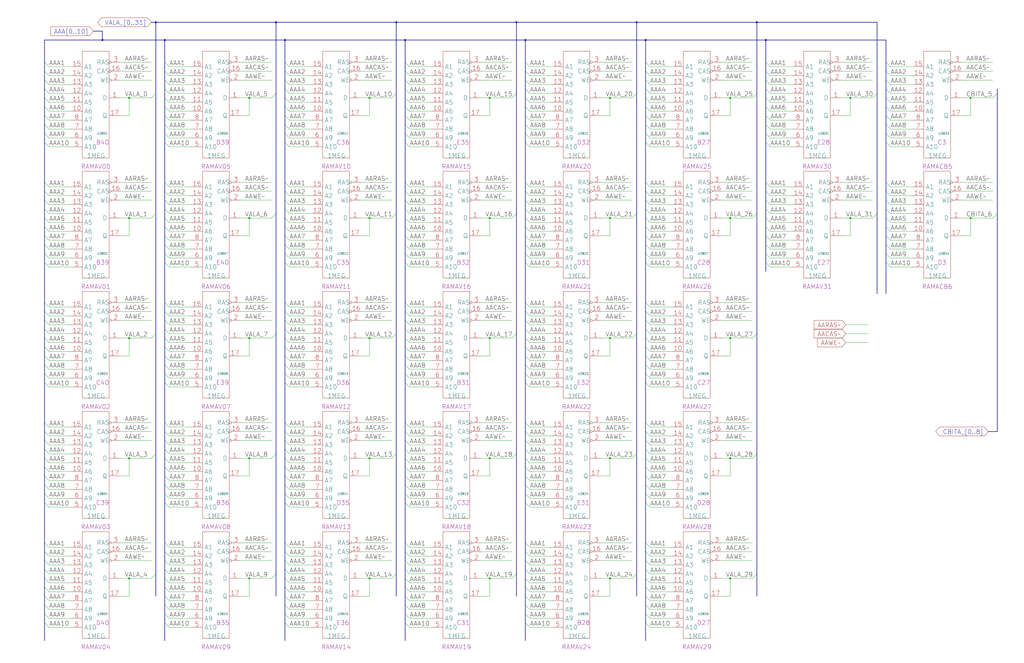
<source format=kicad_sch>
(kicad_sch (version 20250114) (generator "eeschema") (generator_version "9.0")
  (paper "User" 584.2 378.46)
  (title_block (title "PLANEA DYNAMIC RAMS\\nVAL BITS 0 - 31\\nCHECK BITS 5 - 6") (date "08-MAR-90") (rev "0.0") (comment 1 "MEM32 BOARD") (comment 2 "232-003066") (comment 3 "S400") (comment 4 "RELEASED"))
  (junction (at 73.66 330.2))
  (junction (at 279.4 193.04))
  (junction (at 363.22 12.7))
  (junction (at 210.82 55.88))
  (junction (at 279.4 330.2))
  (junction (at 88.9 12.7))
  (junction (at 553.72 124.46))
  (junction (at 416.56 124.46))
  (junction (at 368.3 22.86))
  (junction (at 347.98 55.88))
  (junction (at 210.82 261.62))
  (junction (at 142.24 193.04))
  (junction (at 436.88 22.86))
  (junction (at 231.14 22.86))
  (junction (at 279.4 261.62))
  (junction (at 485.14 124.46))
  (junction (at 416.56 55.88))
  (junction (at 347.98 261.62))
  (junction (at 73.66 261.62))
  (junction (at 279.4 55.88))
  (junction (at 416.56 193.04))
  (junction (at 142.24 124.46))
  (junction (at 553.72 55.88))
  (junction (at 416.56 261.62))
  (junction (at 210.82 193.04))
  (junction (at 416.56 330.2))
  (junction (at 162.56 22.86))
  (junction (at 73.66 124.46))
  (junction (at 157.48 12.7))
  (junction (at 93.98 22.86))
  (junction (at 142.24 55.88))
  (junction (at 58.42 22.86))
  (junction (at 485.14 55.88))
  (junction (at 347.98 330.2))
  (junction (at 73.66 55.88))
  (junction (at 279.4 124.46))
  (junction (at 210.82 124.46))
  (junction (at 210.82 330.2))
  (junction (at 294.64 12.7))
  (junction (at 142.24 330.2))
  (junction (at 226.06 12.7))
  (junction (at 299.72 22.86))
  (junction (at 347.98 124.46))
  (junction (at 73.66 193.04))
  (junction (at 431.8 12.7))
  (junction (at 347.98 193.04))
  (junction (at 142.24 261.62))
  (bus_entry (at 93.98 246.38) (size 2.54 2.54))
  (bus_entry (at 505.46 114.3) (size 2.54 2.54))
  (bus_entry (at 93.98 256.54) (size 2.54 2.54))
  (bus_entry (at 299.72 66.04) (size 2.54 2.54))
  (bus_entry (at 368.3 55.88) (size 2.54 2.54))
  (bus_entry (at 93.98 320.04) (size 2.54 2.54))
  (bus_entry (at 505.46 60.96) (size 2.54 2.54))
  (bus_entry (at 162.56 213.36) (size 2.54 2.54))
  (bus_entry (at 93.98 309.88) (size 2.54 2.54))
  (bus_entry (at 25.4 335.28) (size 2.54 2.54))
  (bus_entry (at 25.4 241.3) (size 2.54 2.54))
  (bus_entry (at 231.14 134.62) (size 2.54 2.54))
  (bus_entry (at 231.14 50.8) (size 2.54 2.54))
  (bus_entry (at 25.4 71.12) (size 2.54 2.54))
  (bus_entry (at 25.4 149.86) (size 2.54 2.54))
  (bus_entry (at 231.14 187.96) (size 2.54 2.54))
  (bus_entry (at 299.72 187.96) (size 2.54 2.54))
  (bus_entry (at 368.3 271.78) (size 2.54 2.54))
  (bus_entry (at 299.72 213.36) (size 2.54 2.54))
  (bus_entry (at 299.72 325.12) (size 2.54 2.54))
  (bus_entry (at 162.56 144.78) (size 2.54 2.54))
  (bus_entry (at 93.98 198.12) (size 2.54 2.54))
  (bus_entry (at 93.98 325.12) (size 2.54 2.54))
  (bus_entry (at 231.14 271.78) (size 2.54 2.54))
  (bus_entry (at 231.14 281.94) (size 2.54 2.54))
  (bus_entry (at 231.14 109.22) (size 2.54 2.54))
  (bus_entry (at 368.3 66.04) (size 2.54 2.54))
  (bus_entry (at 231.14 76.2) (size 2.54 2.54))
  (bus_entry (at 162.56 208.28) (size 2.54 2.54))
  (bus_entry (at 93.98 266.7) (size 2.54 2.54))
  (bus_entry (at 88.9 259.08) (size -2.54 2.54))
  (bus_entry (at 299.72 81.28) (size 2.54 2.54))
  (bus_entry (at 368.3 35.56) (size 2.54 2.54))
  (bus_entry (at 299.72 172.72) (size 2.54 2.54))
  (bus_entry (at 368.3 198.12) (size 2.54 2.54))
  (bus_entry (at 368.3 287.02) (size 2.54 2.54))
  (bus_entry (at 93.98 81.28) (size 2.54 2.54))
  (bus_entry (at 368.3 144.78) (size 2.54 2.54))
  (bus_entry (at 25.4 246.38) (size 2.54 2.54))
  (bus_entry (at 226.06 259.08) (size -2.54 2.54))
  (bus_entry (at 93.98 203.2) (size 2.54 2.54))
  (bus_entry (at 25.4 114.3) (size 2.54 2.54))
  (bus_entry (at 299.72 266.7) (size 2.54 2.54))
  (bus_entry (at 299.72 281.94) (size 2.54 2.54))
  (bus_entry (at 162.56 114.3) (size 2.54 2.54))
  (bus_entry (at 162.56 40.64) (size 2.54 2.54))
  (bus_entry (at 93.98 134.62) (size 2.54 2.54))
  (bus_entry (at 299.72 55.88) (size 2.54 2.54))
  (bus_entry (at 25.4 40.64) (size 2.54 2.54))
  (bus_entry (at 368.3 172.72) (size 2.54 2.54))
  (bus_entry (at 231.14 287.02) (size 2.54 2.54))
  (bus_entry (at 436.88 134.62) (size 2.54 2.54))
  (bus_entry (at 93.98 50.8) (size 2.54 2.54))
  (bus_entry (at 505.46 109.22) (size 2.54 2.54))
  (bus_entry (at 226.06 121.92) (size -2.54 2.54))
  (bus_entry (at 157.48 121.92) (size -2.54 2.54))
  (bus_entry (at 25.4 109.22) (size 2.54 2.54))
  (bus_entry (at 162.56 345.44) (size 2.54 2.54))
  (bus_entry (at 505.46 139.7) (size 2.54 2.54))
  (bus_entry (at 231.14 266.7) (size 2.54 2.54))
  (bus_entry (at 299.72 109.22) (size 2.54 2.54))
  (bus_entry (at 505.46 35.56) (size 2.54 2.54))
  (bus_entry (at 299.72 203.2) (size 2.54 2.54))
  (bus_entry (at 93.98 340.36) (size 2.54 2.54))
  (bus_entry (at 162.56 119.38) (size 2.54 2.54))
  (bus_entry (at 93.98 281.94) (size 2.54 2.54))
  (bus_entry (at 157.48 259.08) (size -2.54 2.54))
  (bus_entry (at 299.72 114.3) (size 2.54 2.54))
  (bus_entry (at 25.4 340.36) (size 2.54 2.54))
  (bus_entry (at 368.3 76.2) (size 2.54 2.54))
  (bus_entry (at 368.3 134.62) (size 2.54 2.54))
  (bus_entry (at 25.4 320.04) (size 2.54 2.54))
  (bus_entry (at 436.88 66.04) (size 2.54 2.54))
  (bus_entry (at 299.72 193.04) (size 2.54 2.54))
  (bus_entry (at 299.72 40.64) (size 2.54 2.54))
  (bus_entry (at 299.72 256.54) (size 2.54 2.54))
  (bus_entry (at 500.38 53.34) (size -2.54 2.54))
  (bus_entry (at 157.48 327.66) (size -2.54 2.54))
  (bus_entry (at 162.56 246.38) (size 2.54 2.54))
  (bus_entry (at 299.72 287.02) (size 2.54 2.54))
  (bus_entry (at 162.56 198.12) (size 2.54 2.54))
  (bus_entry (at 162.56 218.44) (size 2.54 2.54))
  (bus_entry (at 25.4 129.54) (size 2.54 2.54))
  (bus_entry (at 368.3 208.28) (size 2.54 2.54))
  (bus_entry (at 299.72 198.12) (size 2.54 2.54))
  (bus_entry (at 25.4 182.88) (size 2.54 2.54))
  (bus_entry (at 25.4 314.96) (size 2.54 2.54))
  (bus_entry (at 88.9 53.34) (size -2.54 2.54))
  (bus_entry (at 368.3 149.86) (size 2.54 2.54))
  (bus_entry (at 299.72 218.44) (size 2.54 2.54))
  (bus_entry (at 368.3 177.8) (size 2.54 2.54))
  (bus_entry (at 162.56 203.2) (size 2.54 2.54))
  (bus_entry (at 162.56 45.72) (size 2.54 2.54))
  (bus_entry (at 25.4 198.12) (size 2.54 2.54))
  (bus_entry (at 25.4 104.14) (size 2.54 2.54))
  (bus_entry (at 162.56 350.52) (size 2.54 2.54))
  (bus_entry (at 299.72 139.7) (size 2.54 2.54))
  (bus_entry (at 93.98 45.72) (size 2.54 2.54))
  (bus_entry (at 162.56 355.6) (size 2.54 2.54))
  (bus_entry (at 231.14 251.46) (size 2.54 2.54))
  (bus_entry (at 162.56 266.7) (size 2.54 2.54))
  (bus_entry (at 363.22 327.66) (size -2.54 2.54))
  (bus_entry (at 368.3 335.28) (size 2.54 2.54))
  (bus_entry (at 226.06 190.5) (size -2.54 2.54))
  (bus_entry (at 368.3 251.46) (size 2.54 2.54))
  (bus_entry (at 299.72 149.86) (size 2.54 2.54))
  (bus_entry (at 93.98 66.04) (size 2.54 2.54))
  (bus_entry (at 157.48 53.34) (size -2.54 2.54))
  (bus_entry (at 93.98 261.62) (size 2.54 2.54))
  (bus_entry (at 436.88 109.22) (size 2.54 2.54))
  (bus_entry (at 294.64 259.08) (size -2.54 2.54))
  (bus_entry (at 231.14 104.14) (size 2.54 2.54))
  (bus_entry (at 231.14 314.96) (size 2.54 2.54))
  (bus_entry (at 368.3 218.44) (size 2.54 2.54))
  (bus_entry (at 368.3 340.36) (size 2.54 2.54))
  (bus_entry (at 436.88 144.78) (size 2.54 2.54))
  (bus_entry (at 505.46 40.64) (size 2.54 2.54))
  (bus_entry (at 368.3 114.3) (size 2.54 2.54))
  (bus_entry (at 25.4 213.36) (size 2.54 2.54))
  (bus_entry (at 25.4 355.6) (size 2.54 2.54))
  (bus_entry (at 299.72 276.86) (size 2.54 2.54))
  (bus_entry (at 294.64 190.5) (size -2.54 2.54))
  (bus_entry (at 93.98 172.72) (size 2.54 2.54))
  (bus_entry (at 231.14 139.7) (size 2.54 2.54))
  (bus_entry (at 25.4 309.88) (size 2.54 2.54))
  (bus_entry (at 93.98 182.88) (size 2.54 2.54))
  (bus_entry (at 299.72 177.8) (size 2.54 2.54))
  (bus_entry (at 231.14 330.2) (size 2.54 2.54))
  (bus_entry (at 299.72 35.56) (size 2.54 2.54))
  (bus_entry (at 436.88 35.56) (size 2.54 2.54))
  (bus_entry (at 25.4 266.7) (size 2.54 2.54))
  (bus_entry (at 231.14 325.12) (size 2.54 2.54))
  (bus_entry (at 231.14 66.04) (size 2.54 2.54))
  (bus_entry (at 436.88 81.28) (size 2.54 2.54))
  (bus_entry (at 368.3 182.88) (size 2.54 2.54))
  (bus_entry (at 25.4 276.86) (size 2.54 2.54))
  (bus_entry (at 162.56 177.8) (size 2.54 2.54))
  (bus_entry (at 363.22 121.92) (size -2.54 2.54))
  (bus_entry (at 436.88 60.96) (size 2.54 2.54))
  (bus_entry (at 231.14 256.54) (size 2.54 2.54))
  (bus_entry (at 505.46 124.46) (size 2.54 2.54))
  (bus_entry (at 25.4 139.7) (size 2.54 2.54))
  (bus_entry (at 162.56 281.94) (size 2.54 2.54))
  (bus_entry (at 505.46 119.38) (size 2.54 2.54))
  (bus_entry (at 368.3 330.2) (size 2.54 2.54))
  (bus_entry (at 93.98 276.86) (size 2.54 2.54))
  (bus_entry (at 162.56 81.28) (size 2.54 2.54))
  (bus_entry (at 368.3 276.86) (size 2.54 2.54))
  (bus_entry (at 368.3 261.62) (size 2.54 2.54))
  (bus_entry (at 505.46 66.04) (size 2.54 2.54))
  (bus_entry (at 25.4 218.44) (size 2.54 2.54))
  (bus_entry (at 25.4 261.62) (size 2.54 2.54))
  (bus_entry (at 25.4 81.28) (size 2.54 2.54))
  (bus_entry (at 25.4 251.46) (size 2.54 2.54))
  (bus_entry (at 162.56 139.7) (size 2.54 2.54))
  (bus_entry (at 436.88 71.12) (size 2.54 2.54))
  (bus_entry (at 231.14 119.38) (size 2.54 2.54))
  (bus_entry (at 505.46 71.12) (size 2.54 2.54))
  (bus_entry (at 368.3 314.96) (size 2.54 2.54))
  (bus_entry (at 93.98 119.38) (size 2.54 2.54))
  (bus_entry (at 505.46 144.78) (size 2.54 2.54))
  (bus_entry (at 436.88 119.38) (size 2.54 2.54))
  (bus_entry (at 231.14 60.96) (size 2.54 2.54))
  (bus_entry (at 231.14 241.3) (size 2.54 2.54))
  (bus_entry (at 299.72 241.3) (size 2.54 2.54))
  (bus_entry (at 505.46 134.62) (size 2.54 2.54))
  (bus_entry (at 436.88 129.54) (size 2.54 2.54))
  (bus_entry (at 299.72 314.96) (size 2.54 2.54))
  (bus_entry (at 505.46 149.86) (size 2.54 2.54))
  (bus_entry (at 368.3 109.22) (size 2.54 2.54))
  (bus_entry (at 231.14 129.54) (size 2.54 2.54))
  (bus_entry (at 231.14 45.72) (size 2.54 2.54))
  (bus_entry (at 93.98 355.6) (size 2.54 2.54))
  (bus_entry (at 226.06 327.66) (size -2.54 2.54))
  (bus_entry (at 25.4 134.62) (size 2.54 2.54))
  (bus_entry (at 368.3 320.04) (size 2.54 2.54))
  (bus_entry (at 299.72 340.36) (size 2.54 2.54))
  (bus_entry (at 162.56 287.02) (size 2.54 2.54))
  (bus_entry (at 231.14 149.86) (size 2.54 2.54))
  (bus_entry (at 162.56 276.86) (size 2.54 2.54))
  (bus_entry (at 431.8 190.5) (size -2.54 2.54))
  (bus_entry (at 162.56 134.62) (size 2.54 2.54))
  (bus_entry (at 299.72 104.14) (size 2.54 2.54))
  (bus_entry (at 25.4 55.88) (size 2.54 2.54))
  (bus_entry (at 162.56 50.8) (size 2.54 2.54))
  (bus_entry (at 505.46 45.72) (size 2.54 2.54))
  (bus_entry (at 162.56 129.54) (size 2.54 2.54))
  (bus_entry (at 25.4 271.78) (size 2.54 2.54))
  (bus_entry (at 162.56 182.88) (size 2.54 2.54))
  (bus_entry (at 299.72 124.46) (size 2.54 2.54))
  (bus_entry (at 505.46 55.88) (size 2.54 2.54))
  (bus_entry (at 299.72 345.44) (size 2.54 2.54))
  (bus_entry (at 368.3 81.28) (size 2.54 2.54))
  (bus_entry (at 93.98 218.44) (size 2.54 2.54))
  (bus_entry (at 368.3 50.8) (size 2.54 2.54))
  (bus_entry (at 93.98 208.28) (size 2.54 2.54))
  (bus_entry (at 299.72 309.88) (size 2.54 2.54))
  (bus_entry (at 436.88 50.8) (size 2.54 2.54))
  (bus_entry (at 368.3 203.2) (size 2.54 2.54))
  (bus_entry (at 368.3 325.12) (size 2.54 2.54))
  (bus_entry (at 162.56 325.12) (size 2.54 2.54))
  (bus_entry (at 299.72 355.6) (size 2.54 2.54))
  (bus_entry (at 25.4 66.04) (size 2.54 2.54))
  (bus_entry (at 368.3 187.96) (size 2.54 2.54))
  (bus_entry (at 231.14 40.64) (size 2.54 2.54))
  (bus_entry (at 299.72 246.38) (size 2.54 2.54))
  (bus_entry (at 162.56 149.86) (size 2.54 2.54))
  (bus_entry (at 93.98 149.86) (size 2.54 2.54))
  (bus_entry (at 25.4 45.72) (size 2.54 2.54))
  (bus_entry (at 368.3 256.54) (size 2.54 2.54))
  (bus_entry (at 25.4 172.72) (size 2.54 2.54))
  (bus_entry (at 231.14 172.72) (size 2.54 2.54))
  (bus_entry (at 568.96 53.34) (size -2.54 2.54))
  (bus_entry (at 368.3 193.04) (size 2.54 2.54))
  (bus_entry (at 162.56 66.04) (size 2.54 2.54))
  (bus_entry (at 299.72 134.62) (size 2.54 2.54))
  (bus_entry (at 231.14 208.28) (size 2.54 2.54))
  (bus_entry (at 363.22 53.34) (size -2.54 2.54))
  (bus_entry (at 368.3 119.38) (size 2.54 2.54))
  (bus_entry (at 162.56 256.54) (size 2.54 2.54))
  (bus_entry (at 231.14 340.36) (size 2.54 2.54))
  (bus_entry (at 93.98 335.28) (size 2.54 2.54))
  (bus_entry (at 299.72 251.46) (size 2.54 2.54))
  (bus_entry (at 368.3 60.96) (size 2.54 2.54))
  (bus_entry (at 231.14 355.6) (size 2.54 2.54))
  (bus_entry (at 436.88 139.7) (size 2.54 2.54))
  (bus_entry (at 299.72 320.04) (size 2.54 2.54))
  (bus_entry (at 93.98 35.56) (size 2.54 2.54))
  (bus_entry (at 231.14 309.88) (size 2.54 2.54))
  (bus_entry (at 368.3 45.72) (size 2.54 2.54))
  (bus_entry (at 231.14 114.3) (size 2.54 2.54))
  (bus_entry (at 93.98 139.7) (size 2.54 2.54))
  (bus_entry (at 93.98 314.96) (size 2.54 2.54))
  (bus_entry (at 368.3 355.6) (size 2.54 2.54))
  (bus_entry (at 505.46 81.28) (size 2.54 2.54))
  (bus_entry (at 436.88 124.46) (size 2.54 2.54))
  (bus_entry (at 299.72 330.2) (size 2.54 2.54))
  (bus_entry (at 157.48 190.5) (size -2.54 2.54))
  (bus_entry (at 93.98 71.12) (size 2.54 2.54))
  (bus_entry (at 368.3 124.46) (size 2.54 2.54))
  (bus_entry (at 25.4 256.54) (size 2.54 2.54))
  (bus_entry (at 25.4 187.96) (size 2.54 2.54))
  (bus_entry (at 25.4 208.28) (size 2.54 2.54))
  (bus_entry (at 162.56 60.96) (size 2.54 2.54))
  (bus_entry (at 368.3 40.64) (size 2.54 2.54))
  (bus_entry (at 162.56 35.56) (size 2.54 2.54))
  (bus_entry (at 368.3 350.52) (size 2.54 2.54))
  (bus_entry (at 231.14 218.44) (size 2.54 2.54))
  (bus_entry (at 162.56 330.2) (size 2.54 2.54))
  (bus_entry (at 368.3 309.88) (size 2.54 2.54))
  (bus_entry (at 25.4 119.38) (size 2.54 2.54))
  (bus_entry (at 25.4 35.56) (size 2.54 2.54))
  (bus_entry (at 25.4 287.02) (size 2.54 2.54))
  (bus_entry (at 162.56 309.88) (size 2.54 2.54))
  (bus_entry (at 436.88 45.72) (size 2.54 2.54))
  (bus_entry (at 231.14 71.12) (size 2.54 2.54))
  (bus_entry (at 299.72 144.78) (size 2.54 2.54))
  (bus_entry (at 431.8 259.08) (size -2.54 2.54))
  (bus_entry (at 299.72 335.28) (size 2.54 2.54))
  (bus_entry (at 294.64 327.66) (size -2.54 2.54))
  (bus_entry (at 25.4 60.96) (size 2.54 2.54))
  (bus_entry (at 88.9 327.66) (size -2.54 2.54))
  (bus_entry (at 25.4 325.12) (size 2.54 2.54))
  (bus_entry (at 231.14 81.28) (size 2.54 2.54))
  (bus_entry (at 436.88 149.86) (size 2.54 2.54))
  (bus_entry (at 93.98 76.2) (size 2.54 2.54))
  (bus_entry (at 231.14 276.86) (size 2.54 2.54))
  (bus_entry (at 299.72 60.96) (size 2.54 2.54))
  (bus_entry (at 93.98 114.3) (size 2.54 2.54))
  (bus_entry (at 299.72 271.78) (size 2.54 2.54))
  (bus_entry (at 505.46 76.2) (size 2.54 2.54))
  (bus_entry (at 25.4 177.8) (size 2.54 2.54))
  (bus_entry (at 368.3 129.54) (size 2.54 2.54))
  (bus_entry (at 436.88 104.14) (size 2.54 2.54))
  (bus_entry (at 25.4 124.46) (size 2.54 2.54))
  (bus_entry (at 231.14 203.2) (size 2.54 2.54))
  (bus_entry (at 231.14 55.88) (size 2.54 2.54))
  (bus_entry (at 368.3 281.94) (size 2.54 2.54))
  (bus_entry (at 162.56 320.04) (size 2.54 2.54))
  (bus_entry (at 93.98 104.14) (size 2.54 2.54))
  (bus_entry (at 162.56 241.3) (size 2.54 2.54))
  (bus_entry (at 25.4 203.2) (size 2.54 2.54))
  (bus_entry (at 162.56 187.96) (size 2.54 2.54))
  (bus_entry (at 25.4 345.44) (size 2.54 2.54))
  (bus_entry (at 231.14 124.46) (size 2.54 2.54))
  (bus_entry (at 93.98 345.44) (size 2.54 2.54))
  (bus_entry (at 368.3 104.14) (size 2.54 2.54))
  (bus_entry (at 231.14 177.8) (size 2.54 2.54))
  (bus_entry (at 299.72 50.8) (size 2.54 2.54))
  (bus_entry (at 436.88 76.2) (size 2.54 2.54))
  (bus_entry (at 25.4 76.2) (size 2.54 2.54))
  (bus_entry (at 363.22 259.08) (size -2.54 2.54))
  (bus_entry (at 162.56 76.2) (size 2.54 2.54))
  (bus_entry (at 231.14 335.28) (size 2.54 2.54))
  (bus_entry (at 226.06 53.34) (size -2.54 2.54))
  (bus_entry (at 25.4 330.2) (size 2.54 2.54))
  (bus_entry (at 162.56 335.28) (size 2.54 2.54))
  (bus_entry (at 162.56 314.96) (size 2.54 2.54))
  (bus_entry (at 162.56 271.78) (size 2.54 2.54))
  (bus_entry (at 299.72 182.88) (size 2.54 2.54))
  (bus_entry (at 162.56 193.04) (size 2.54 2.54))
  (bus_entry (at 299.72 129.54) (size 2.54 2.54))
  (bus_entry (at 162.56 55.88) (size 2.54 2.54))
  (bus_entry (at 162.56 261.62) (size 2.54 2.54))
  (bus_entry (at 93.98 124.46) (size 2.54 2.54))
  (bus_entry (at 231.14 213.36) (size 2.54 2.54))
  (bus_entry (at 299.72 45.72) (size 2.54 2.54))
  (bus_entry (at 231.14 35.56) (size 2.54 2.54))
  (bus_entry (at 162.56 251.46) (size 2.54 2.54))
  (bus_entry (at 93.98 40.64) (size 2.54 2.54))
  (bus_entry (at 93.98 109.22) (size 2.54 2.54))
  (bus_entry (at 368.3 213.36) (size 2.54 2.54))
  (bus_entry (at 93.98 350.52) (size 2.54 2.54))
  (bus_entry (at 93.98 193.04) (size 2.54 2.54))
  (bus_entry (at 294.64 121.92) (size -2.54 2.54))
  (bus_entry (at 431.8 53.34) (size -2.54 2.54))
  (bus_entry (at 93.98 287.02) (size 2.54 2.54))
  (bus_entry (at 25.4 193.04) (size 2.54 2.54))
  (bus_entry (at 368.3 246.38) (size 2.54 2.54))
  (bus_entry (at 88.9 190.5) (size -2.54 2.54))
  (bus_entry (at 436.88 114.3) (size 2.54 2.54))
  (bus_entry (at 162.56 109.22) (size 2.54 2.54))
  (bus_entry (at 25.4 50.8) (size 2.54 2.54))
  (bus_entry (at 231.14 144.78) (size 2.54 2.54))
  (bus_entry (at 294.64 53.34) (size -2.54 2.54))
  (bus_entry (at 363.22 190.5) (size -2.54 2.54))
  (bus_entry (at 93.98 55.88) (size 2.54 2.54))
  (bus_entry (at 368.3 241.3) (size 2.54 2.54))
  (bus_entry (at 93.98 60.96) (size 2.54 2.54))
  (bus_entry (at 162.56 340.36) (size 2.54 2.54))
  (bus_entry (at 505.46 104.14) (size 2.54 2.54))
  (bus_entry (at 93.98 187.96) (size 2.54 2.54))
  (bus_entry (at 368.3 266.7) (size 2.54 2.54))
  (bus_entry (at 25.4 350.52) (size 2.54 2.54))
  (bus_entry (at 88.9 121.92) (size -2.54 2.54))
  (bus_entry (at 231.14 198.12) (size 2.54 2.54))
  (bus_entry (at 436.88 40.64) (size 2.54 2.54))
  (bus_entry (at 231.14 350.52) (size 2.54 2.54))
  (bus_entry (at 93.98 271.78) (size 2.54 2.54))
  (bus_entry (at 505.46 50.8) (size 2.54 2.54))
  (bus_entry (at 368.3 139.7) (size 2.54 2.54))
  (bus_entry (at 431.8 327.66) (size -2.54 2.54))
  (bus_entry (at 93.98 213.36) (size 2.54 2.54))
  (bus_entry (at 299.72 119.38) (size 2.54 2.54))
  (bus_entry (at 299.72 350.52) (size 2.54 2.54))
  (bus_entry (at 93.98 330.2) (size 2.54 2.54))
  (bus_entry (at 231.14 246.38) (size 2.54 2.54))
  (bus_entry (at 299.72 261.62) (size 2.54 2.54))
  (bus_entry (at 231.14 345.44) (size 2.54 2.54))
  (bus_entry (at 93.98 241.3) (size 2.54 2.54))
  (bus_entry (at 368.3 345.44) (size 2.54 2.54))
  (bus_entry (at 436.88 55.88) (size 2.54 2.54))
  (bus_entry (at 93.98 177.8) (size 2.54 2.54))
  (bus_entry (at 231.14 182.88) (size 2.54 2.54))
  (bus_entry (at 162.56 124.46) (size 2.54 2.54))
  (bus_entry (at 231.14 193.04) (size 2.54 2.54))
  (bus_entry (at 162.56 71.12) (size 2.54 2.54))
  (bus_entry (at 299.72 208.28) (size 2.54 2.54))
  (bus_entry (at 93.98 129.54) (size 2.54 2.54))
  (bus_entry (at 299.72 71.12) (size 2.54 2.54))
  (bus_entry (at 231.14 320.04) (size 2.54 2.54))
  (bus_entry (at 299.72 76.2) (size 2.54 2.54))
  (bus_entry (at 162.56 172.72) (size 2.54 2.54))
  (bus_entry (at 231.14 261.62) (size 2.54 2.54))
  (bus_entry (at 25.4 281.94) (size 2.54 2.54))
  (bus_entry (at 368.3 71.12) (size 2.54 2.54))
  (bus_entry (at 162.56 104.14) (size 2.54 2.54))
  (bus_entry (at 93.98 251.46) (size 2.54 2.54))
  (bus_entry (at 431.8 121.92) (size -2.54 2.54))
  (bus_entry (at 500.38 121.92) (size -2.54 2.54))
  (bus_entry (at 93.98 144.78) (size 2.54 2.54))
  (bus_entry (at 505.46 129.54) (size 2.54 2.54))
  (bus_entry (at 25.4 144.78) (size 2.54 2.54))
  (bus_entry (at 568.96 121.92) (size -2.54 2.54))
  (wire (pts (xy 411.48 271.78) (xy 416.56 271.78)))
  (wire (pts (xy 508 73.66) (xy 520.7 73.66)))
  (bus (pts (xy 25.4 287.02) (xy 25.4 309.88)))
  (bus (pts (xy 93.98 309.88) (xy 93.98 314.96)))
  (bus (pts (xy 93.98 256.54) (xy 93.98 261.62)))
  (bus (pts (xy 299.72 119.38) (xy 299.72 124.46)))
  (bus (pts (xy 299.72 340.36) (xy 299.72 345.44)))
  (wire (pts (xy 485.14 66.04) (xy 485.14 55.88)))
  (wire (pts (xy 210.82 271.78) (xy 210.82 261.62)))
  (bus (pts (xy 299.72 134.62) (xy 299.72 139.7)))
  (wire (pts (xy 165.1 243.84) (xy 177.8 243.84)))
  (wire (pts (xy 274.32 203.2) (xy 279.4 203.2)))
  (bus (pts (xy 505.46 109.22) (xy 505.46 114.3)))
  (wire (pts (xy 302.26 83.82) (xy 314.96 83.82)))
  (wire (pts (xy 370.84 111.76) (xy 383.54 111.76)))
  (wire (pts (xy 370.84 68.58) (xy 383.54 68.58)))
  (bus (pts (xy 299.72 22.86) (xy 299.72 35.56)))
  (wire (pts (xy 416.56 134.62) (xy 416.56 124.46)))
  (bus (pts (xy 299.72 335.28) (xy 299.72 340.36)))
  (wire (pts (xy 370.84 43.18) (xy 383.54 43.18)))
  (wire (pts (xy 142.24 66.04) (xy 142.24 55.88)))
  (wire (pts (xy 165.1 317.5) (xy 177.8 317.5)))
  (wire (pts (xy 439.42 38.1) (xy 452.12 38.1)))
  (bus (pts (xy 231.14 45.72) (xy 231.14 50.8)))
  (bus (pts (xy 93.98 182.88) (xy 93.98 187.96)))
  (bus (pts (xy 368.3 325.12) (xy 368.3 330.2)))
  (wire (pts (xy 96.52 83.82) (xy 109.22 83.82)))
  (wire (pts (xy 279.4 203.2) (xy 279.4 193.04)))
  (bus (pts (xy 299.72 129.54) (xy 299.72 134.62)))
  (wire (pts (xy 302.26 58.42) (xy 314.96 58.42)))
  (bus (pts (xy 162.56 355.6) (xy 162.56 365.76)))
  (wire (pts (xy 302.26 180.34) (xy 314.96 180.34)))
  (bus (pts (xy 93.98 172.72) (xy 93.98 177.8)))
  (bus (pts (xy 368.3 144.78) (xy 368.3 149.86)))
  (bus (pts (xy 162.56 345.44) (xy 162.56 350.52)))
  (wire (pts (xy 210.82 66.04) (xy 210.82 55.88)))
  (wire (pts (xy 27.94 332.74) (xy 40.64 332.74)))
  (wire (pts (xy 27.94 121.92) (xy 40.64 121.92)))
  (wire (pts (xy 142.24 203.2) (xy 142.24 193.04)))
  (bus (pts (xy 231.14 208.28) (xy 231.14 213.36)))
  (bus (pts (xy 299.72 218.44) (xy 299.72 241.3)))
  (bus (pts (xy 162.56 314.96) (xy 162.56 320.04)))
  (wire (pts (xy 548.64 35.56) (xy 566.42 35.56)))
  (wire (pts (xy 73.66 55.88) (xy 86.36 55.88)))
  (wire (pts (xy 342.9 124.46) (xy 347.98 124.46)))
  (wire (pts (xy 274.32 261.62) (xy 279.4 261.62)))
  (wire (pts (xy 302.26 190.5) (xy 314.96 190.5)))
  (wire (pts (xy 27.94 68.58) (xy 40.64 68.58)))
  (wire (pts (xy 480.06 114.3) (xy 497.84 114.3)))
  (wire (pts (xy 96.52 337.82) (xy 109.22 337.82)))
  (wire (pts (xy 548.64 114.3) (xy 566.42 114.3)))
  (wire (pts (xy 302.26 353.06) (xy 314.96 353.06)))
  (bus (pts (xy 25.4 40.64) (xy 25.4 45.72)))
  (bus (pts (xy 231.14 114.3) (xy 231.14 119.38)))
  (wire (pts (xy 137.16 45.72) (xy 154.94 45.72)))
  (wire (pts (xy 142.24 124.46) (xy 154.94 124.46)))
  (wire (pts (xy 274.32 246.38) (xy 292.1 246.38)))
  (wire (pts (xy 27.94 53.34) (xy 40.64 53.34)))
  (wire (pts (xy 347.98 271.78) (xy 347.98 261.62)))
  (bus (pts (xy 231.14 266.7) (xy 231.14 271.78)))
  (wire (pts (xy 370.84 358.14) (xy 383.54 358.14)))
  (wire (pts (xy 302.26 312.42) (xy 314.96 312.42)))
  (bus (pts (xy 368.3 177.8) (xy 368.3 182.88)))
  (wire (pts (xy 370.84 269.24) (xy 383.54 269.24)))
  (wire (pts (xy 27.94 132.08) (xy 40.64 132.08)))
  (bus (pts (xy 162.56 271.78) (xy 162.56 276.86)))
  (bus (pts (xy 368.3 35.56) (xy 368.3 40.64)))
  (bus (pts (xy 231.14 198.12) (xy 231.14 203.2)))
  (wire (pts (xy 205.74 114.3) (xy 223.52 114.3)))
  (wire (pts (xy 439.42 137.16) (xy 452.12 137.16)))
  (bus (pts (xy 93.98 129.54) (xy 93.98 134.62)))
  (bus (pts (xy 93.98 314.96) (xy 93.98 320.04)))
  (bus (pts (xy 162.56 350.52) (xy 162.56 355.6)))
  (wire (pts (xy 137.16 261.62) (xy 142.24 261.62)))
  (wire (pts (xy 96.52 38.1) (xy 109.22 38.1)))
  (bus (pts (xy 93.98 276.86) (xy 93.98 281.94)))
  (bus (pts (xy 93.98 345.44) (xy 93.98 350.52)))
  (bus (pts (xy 231.14 287.02) (xy 231.14 309.88)))
  (wire (pts (xy 27.94 83.82) (xy 40.64 83.82)))
  (wire (pts (xy 370.84 243.84) (xy 383.54 243.84)))
  (wire (pts (xy 27.94 63.5) (xy 40.64 63.5)))
  (wire (pts (xy 137.16 124.46) (xy 142.24 124.46)))
  (wire (pts (xy 27.94 312.42) (xy 40.64 312.42)))
  (wire (pts (xy 68.58 172.72) (xy 86.36 172.72)))
  (bus (pts (xy 162.56 81.28) (xy 162.56 104.14)))
  (wire (pts (xy 439.42 73.66) (xy 452.12 73.66)))
  (wire (pts (xy 137.16 114.3) (xy 154.94 114.3)))
  (wire (pts (xy 27.94 195.58) (xy 40.64 195.58)))
  (wire (pts (xy 233.68 63.5) (xy 246.38 63.5)))
  (bus (pts (xy 505.46 45.72) (xy 505.46 50.8)))
  (wire (pts (xy 96.52 289.56) (xy 109.22 289.56)))
  (wire (pts (xy 27.94 215.9) (xy 40.64 215.9)))
  (wire (pts (xy 411.48 35.56) (xy 429.26 35.56)))
  (wire (pts (xy 96.52 180.34) (xy 109.22 180.34)))
  (bus (pts (xy 93.98 22.86) (xy 93.98 35.56)))
  (bus (pts (xy 299.72 350.52) (xy 299.72 355.6)))
  (bus (pts (xy 162.56 256.54) (xy 162.56 261.62)))
  (wire (pts (xy 233.68 269.24) (xy 246.38 269.24)))
  (bus (pts (xy 363.22 327.66) (xy 363.22 340.36)))
  (bus (pts (xy 25.4 187.96) (xy 25.4 193.04)))
  (bus (pts (xy 93.98 281.94) (xy 93.98 287.02)))
  (bus (pts (xy 88.9 259.08) (xy 88.9 327.66)))
  (bus (pts (xy 299.72 246.38) (xy 299.72 251.46)))
  (wire (pts (xy 27.94 337.82) (xy 40.64 337.82)))
  (bus (pts (xy 25.4 320.04) (xy 25.4 325.12)))
  (wire (pts (xy 370.84 264.16) (xy 383.54 264.16)))
  (bus (pts (xy 299.72 144.78) (xy 299.72 149.86)))
  (bus (pts (xy 231.14 187.96) (xy 231.14 193.04)))
  (wire (pts (xy 439.42 116.84) (xy 452.12 116.84)))
  (wire (pts (xy 370.84 284.48) (xy 383.54 284.48)))
  (wire (pts (xy 142.24 134.62) (xy 142.24 124.46)))
  (wire (pts (xy 27.94 243.84) (xy 40.64 243.84)))
  (wire (pts (xy 411.48 55.88) (xy 416.56 55.88)))
  (wire (pts (xy 165.1 116.84) (xy 177.8 116.84)))
  (bus (pts (xy 231.14 35.56) (xy 231.14 40.64)))
  (bus (pts (xy 436.88 114.3) (xy 436.88 119.38)))
  (wire (pts (xy 233.68 180.34) (xy 246.38 180.34)))
  (bus (pts (xy 436.88 119.38) (xy 436.88 124.46)))
  (bus (pts (xy 88.9 12.7) (xy 157.48 12.7)))
  (bus (pts (xy 299.72 177.8) (xy 299.72 182.88)))
  (wire (pts (xy 96.52 68.58) (xy 109.22 68.58)))
  (wire (pts (xy 137.16 241.3) (xy 154.94 241.3)))
  (wire (pts (xy 68.58 45.72) (xy 86.36 45.72)))
  (wire (pts (xy 205.74 45.72) (xy 223.52 45.72)))
  (wire (pts (xy 274.32 320.04) (xy 292.1 320.04)))
  (bus (pts (xy 436.88 22.86) (xy 436.88 35.56)))
  (bus (pts (xy 368.3 335.28) (xy 368.3 340.36)))
  (bus (pts (xy 299.72 203.2) (xy 299.72 208.28)))
  (wire (pts (xy 27.94 73.66) (xy 40.64 73.66)))
  (bus (pts (xy 568.96 121.92) (xy 568.96 246.38)))
  (wire (pts (xy 233.68 332.74) (xy 246.38 332.74)))
  (bus (pts (xy 436.88 149.86) (xy 436.88 154.94)))
  (bus (pts (xy 368.3 241.3) (xy 368.3 246.38)))
  (wire (pts (xy 96.52 279.4) (xy 109.22 279.4)))
  (bus (pts (xy 505.46 144.78) (xy 505.46 149.86)))
  (bus (pts (xy 299.72 193.04) (xy 299.72 198.12)))
  (wire (pts (xy 68.58 314.96) (xy 86.36 314.96)))
  (wire (pts (xy 347.98 330.2) (xy 360.68 330.2)))
  (bus (pts (xy 505.46 71.12) (xy 505.46 76.2)))
  (wire (pts (xy 302.26 259.08) (xy 314.96 259.08)))
  (wire (pts (xy 27.94 106.68) (xy 40.64 106.68)))
  (bus (pts (xy 231.14 246.38) (xy 231.14 251.46)))
  (wire (pts (xy 27.94 269.24) (xy 40.64 269.24)))
  (wire (pts (xy 508 137.16) (xy 520.7 137.16)))
  (wire (pts (xy 485.14 124.46) (xy 497.84 124.46)))
  (bus (pts (xy 299.72 355.6) (xy 299.72 365.76)))
  (bus (pts (xy 162.56 124.46) (xy 162.56 129.54)))
  (wire (pts (xy 439.42 68.58) (xy 452.12 68.58)))
  (wire (pts (xy 370.84 317.5) (xy 383.54 317.5)))
  (wire (pts (xy 27.94 180.34) (xy 40.64 180.34)))
  (bus (pts (xy 299.72 325.12) (xy 299.72 330.2)))
  (wire (pts (xy 416.56 66.04) (xy 416.56 55.88)))
  (wire (pts (xy 370.84 259.08) (xy 383.54 259.08)))
  (wire (pts (xy 508 147.32) (xy 520.7 147.32)))
  (wire (pts (xy 302.26 254) (xy 314.96 254)))
  (wire (pts (xy 370.84 53.34) (xy 383.54 53.34)))
  (bus (pts (xy 368.3 320.04) (xy 368.3 325.12)))
  (bus (pts (xy 226.06 12.7) (xy 226.06 53.34)))
  (bus (pts (xy 93.98 218.44) (xy 93.98 241.3)))
  (wire (pts (xy 274.32 340.36) (xy 279.4 340.36)))
  (wire (pts (xy 165.1 264.16) (xy 177.8 264.16)))
  (wire (pts (xy 165.1 220.98) (xy 177.8 220.98)))
  (bus (pts (xy 505.46 35.56) (xy 505.46 40.64)))
  (bus (pts (xy 25.4 129.54) (xy 25.4 134.62)))
  (wire (pts (xy 508 53.34) (xy 520.7 53.34)))
  (wire (pts (xy 73.66 193.04) (xy 86.36 193.04)))
  (bus (pts (xy 368.3 198.12) (xy 368.3 203.2)))
  (wire (pts (xy 27.94 127) (xy 40.64 127)))
  (bus (pts (xy 157.48 327.66) (xy 157.48 340.36)))
  (wire (pts (xy 210.82 340.36) (xy 210.82 330.2)))
  (wire (pts (xy 370.84 190.5) (xy 383.54 190.5)))
  (bus (pts (xy 368.3 187.96) (xy 368.3 193.04)))
  (bus (pts (xy 25.4 81.28) (xy 25.4 104.14)))
  (wire (pts (xy 508 43.18) (xy 520.7 43.18)))
  (wire (pts (xy 165.1 180.34) (xy 177.8 180.34)))
  (wire (pts (xy 342.9 45.72) (xy 360.68 45.72)))
  (wire (pts (xy 96.52 43.18) (xy 109.22 43.18)))
  (bus (pts (xy 368.3 149.86) (xy 368.3 172.72)))
  (wire (pts (xy 342.9 66.04) (xy 347.98 66.04)))
  (bus (pts (xy 231.14 139.7) (xy 231.14 144.78)))
  (wire (pts (xy 508 127) (xy 520.7 127)))
  (bus (pts (xy 505.46 149.86) (xy 505.46 167.64)))
  (wire (pts (xy 165.1 127) (xy 177.8 127)))
  (wire (pts (xy 27.94 210.82) (xy 40.64 210.82)))
  (wire (pts (xy 416.56 330.2) (xy 429.26 330.2)))
  (wire (pts (xy 274.32 241.3) (xy 292.1 241.3)))
  (bus (pts (xy 25.4 134.62) (xy 25.4 139.7)))
  (wire (pts (xy 137.16 340.36) (xy 142.24 340.36)))
  (bus (pts (xy 93.98 177.8) (xy 93.98 182.88)))
  (wire (pts (xy 27.94 142.24) (xy 40.64 142.24)))
  (bus (pts (xy 93.98 320.04) (xy 93.98 325.12)))
  (wire (pts (xy 302.26 205.74) (xy 314.96 205.74)))
  (wire (pts (xy 68.58 134.62) (xy 73.66 134.62)))
  (wire (pts (xy 96.52 175.26) (xy 109.22 175.26)))
  (bus (pts (xy 299.72 271.78) (xy 299.72 276.86)))
  (bus (pts (xy 162.56 251.46) (xy 162.56 256.54)))
  (wire (pts (xy 370.84 106.68) (xy 383.54 106.68)))
  (wire (pts (xy 508 38.1) (xy 520.7 38.1)))
  (wire (pts (xy 274.32 172.72) (xy 292.1 172.72)))
  (wire (pts (xy 302.26 200.66) (xy 314.96 200.66)))
  (bus (pts (xy 299.72 66.04) (xy 299.72 71.12)))
  (wire (pts (xy 165.1 274.32) (xy 177.8 274.32)))
  (wire (pts (xy 165.1 58.42) (xy 177.8 58.42)))
  (wire (pts (xy 96.52 78.74) (xy 109.22 78.74)))
  (wire (pts (xy 480.06 66.04) (xy 485.14 66.04)))
  (wire (pts (xy 548.64 45.72) (xy 566.42 45.72)))
  (wire (pts (xy 205.74 177.8) (xy 223.52 177.8)))
  (bus (pts (xy 25.4 144.78) (xy 25.4 149.86)))
  (bus (pts (xy 505.46 119.38) (xy 505.46 124.46)))
  (bus (pts (xy 231.14 66.04) (xy 231.14 71.12)))
  (bus (pts (xy 231.14 276.86) (xy 231.14 281.94)))
  (bus (pts (xy 25.4 60.96) (xy 25.4 66.04)))
  (wire (pts (xy 165.1 63.5) (xy 177.8 63.5)))
  (bus (pts (xy 25.4 355.6) (xy 25.4 365.76)))
  (wire (pts (xy 302.26 358.14) (xy 314.96 358.14)))
  (wire (pts (xy 302.26 175.26) (xy 314.96 175.26)))
  (wire (pts (xy 233.68 327.66) (xy 246.38 327.66)))
  (bus (pts (xy 368.3 22.86) (xy 368.3 35.56)))
  (wire (pts (xy 205.74 271.78) (xy 210.82 271.78)))
  (wire (pts (xy 347.98 66.04) (xy 347.98 55.88)))
  (bus (pts (xy 162.56 172.72) (xy 162.56 177.8)))
  (bus (pts (xy 431.8 12.7) (xy 500.38 12.7)))
  (wire (pts (xy 370.84 332.74) (xy 383.54 332.74)))
  (wire (pts (xy 68.58 66.04) (xy 73.66 66.04)))
  (wire (pts (xy 302.26 152.4) (xy 314.96 152.4)))
  (wire (pts (xy 233.68 48.26) (xy 246.38 48.26)))
  (bus (pts (xy 368.3 330.2) (xy 368.3 335.28)))
  (wire (pts (xy 165.1 175.26) (xy 177.8 175.26)))
  (bus (pts (xy 162.56 50.8) (xy 162.56 55.88)))
  (wire (pts (xy 411.48 40.64) (xy 429.26 40.64)))
  (wire (pts (xy 233.68 185.42) (xy 246.38 185.42)))
  (wire (pts (xy 439.42 83.82) (xy 452.12 83.82)))
  (wire (pts (xy 480.06 55.88) (xy 485.14 55.88)))
  (bus (pts (xy 162.56 320.04) (xy 162.56 325.12)))
  (wire (pts (xy 205.74 314.96) (xy 223.52 314.96)))
  (wire (pts (xy 233.68 342.9) (xy 246.38 342.9)))
  (bus (pts (xy 368.3 203.2) (xy 368.3 208.28)))
  (wire (pts (xy 165.1 106.68) (xy 177.8 106.68)))
  (bus (pts (xy 299.72 198.12) (xy 299.72 203.2)))
  (wire (pts (xy 96.52 248.92) (xy 109.22 248.92)))
  (wire (pts (xy 274.32 45.72) (xy 292.1 45.72)))
  (wire (pts (xy 370.84 322.58) (xy 383.54 322.58)))
  (bus (pts (xy 294.64 327.66) (xy 294.64 340.36)))
  (bus (pts (xy 231.14 172.72) (xy 231.14 177.8)))
  (bus (pts (xy 93.98 119.38) (xy 93.98 124.46)))
  (wire (pts (xy 274.32 124.46) (xy 279.4 124.46)))
  (wire (pts (xy 96.52 185.42) (xy 109.22 185.42)))
  (wire (pts (xy 165.1 200.66) (xy 177.8 200.66)))
  (bus (pts (xy 93.98 22.86) (xy 162.56 22.86)))
  (bus (pts (xy 231.14 144.78) (xy 231.14 149.86)))
  (wire (pts (xy 274.32 330.2) (xy 279.4 330.2)))
  (wire (pts (xy 302.26 142.24) (xy 314.96 142.24)))
  (wire (pts (xy 370.84 175.26) (xy 383.54 175.26)))
  (bus (pts (xy 368.3 287.02) (xy 368.3 309.88)))
  (bus (pts (xy 93.98 350.52) (xy 93.98 355.6)))
  (bus (pts (xy 299.72 104.14) (xy 299.72 109.22)))
  (bus (pts (xy 299.72 345.44) (xy 299.72 350.52)))
  (bus (pts (xy 436.88 22.86) (xy 505.46 22.86)))
  (bus (pts (xy 231.14 134.62) (xy 231.14 139.7)))
  (wire (pts (xy 342.9 55.88) (xy 347.98 55.88)))
  (wire (pts (xy 370.84 58.42) (xy 383.54 58.42)))
  (wire (pts (xy 342.9 182.88) (xy 360.68 182.88)))
  (wire (pts (xy 165.1 312.42) (xy 177.8 312.42)))
  (wire (pts (xy 165.1 147.32) (xy 177.8 147.32)))
  (wire (pts (xy 205.74 134.62) (xy 210.82 134.62)))
  (wire (pts (xy 165.1 210.82) (xy 177.8 210.82)))
  (wire (pts (xy 233.68 353.06) (xy 246.38 353.06)))
  (wire (pts (xy 416.56 193.04) (xy 429.26 193.04)))
  (wire (pts (xy 96.52 190.5) (xy 109.22 190.5)))
  (wire (pts (xy 27.94 116.84) (xy 40.64 116.84)))
  (wire (pts (xy 233.68 358.14) (xy 246.38 358.14)))
  (bus (pts (xy 368.3 40.64) (xy 368.3 45.72)))
  (bus (pts (xy 368.3 134.62) (xy 368.3 139.7)))
  (wire (pts (xy 302.26 116.84) (xy 314.96 116.84)))
  (bus (pts (xy 25.4 193.04) (xy 25.4 198.12)))
  (wire (pts (xy 508 116.84) (xy 520.7 116.84)))
  (wire (pts (xy 482.6 190.5) (xy 495.3 190.5)))
  (bus (pts (xy 368.3 109.22) (xy 368.3 114.3)))
  (bus (pts (xy 25.4 66.04) (xy 25.4 71.12)))
  (wire (pts (xy 347.98 340.36) (xy 347.98 330.2)))
  (wire (pts (xy 68.58 104.14) (xy 86.36 104.14)))
  (bus (pts (xy 299.72 320.04) (xy 299.72 325.12)))
  (wire (pts (xy 233.68 83.82) (xy 246.38 83.82)))
  (bus (pts (xy 436.88 134.62) (xy 436.88 139.7)))
  (bus (pts (xy 299.72 256.54) (xy 299.72 261.62)))
  (wire (pts (xy 68.58 177.8) (xy 86.36 177.8)))
  (wire (pts (xy 233.68 210.82) (xy 246.38 210.82)))
  (wire (pts (xy 411.48 330.2) (xy 416.56 330.2)))
  (bus (pts (xy 93.98 35.56) (xy 93.98 40.64)))
  (wire (pts (xy 416.56 261.62) (xy 429.26 261.62)))
  (bus (pts (xy 58.42 17.78) (xy 58.42 22.86)))
  (bus (pts (xy 505.46 81.28) (xy 505.46 104.14)))
  (wire (pts (xy 233.68 215.9) (xy 246.38 215.9)))
  (wire (pts (xy 27.94 220.98) (xy 40.64 220.98)))
  (wire (pts (xy 370.84 132.08) (xy 383.54 132.08)))
  (bus (pts (xy 93.98 71.12) (xy 93.98 76.2)))
  (bus (pts (xy 93.98 330.2) (xy 93.98 335.28)))
  (bus (pts (xy 25.4 330.2) (xy 25.4 335.28)))
  (bus (pts (xy 93.98 213.36) (xy 93.98 218.44)))
  (bus (pts (xy 436.88 66.04) (xy 436.88 71.12)))
  (wire (pts (xy 370.84 195.58) (xy 383.54 195.58)))
  (bus (pts (xy 53.34 17.78) (xy 58.42 17.78)))
  (wire (pts (xy 165.1 358.14) (xy 177.8 358.14)))
  (wire (pts (xy 370.84 347.98) (xy 383.54 347.98)))
  (wire (pts (xy 165.1 347.98) (xy 177.8 347.98)))
  (bus (pts (xy 25.4 55.88) (xy 25.4 60.96)))
  (bus (pts (xy 162.56 241.3) (xy 162.56 246.38)))
  (wire (pts (xy 205.74 35.56) (xy 223.52 35.56)))
  (wire (pts (xy 279.4 134.62) (xy 279.4 124.46)))
  (bus (pts (xy 505.46 22.86) (xy 505.46 35.56)))
  (wire (pts (xy 548.64 124.46) (xy 553.72 124.46)))
  (bus (pts (xy 25.4 22.86) (xy 58.42 22.86)))
  (bus (pts (xy 25.4 203.2) (xy 25.4 208.28)))
  (wire (pts (xy 411.48 177.8) (xy 429.26 177.8)))
  (wire (pts (xy 302.26 132.08) (xy 314.96 132.08)))
  (bus (pts (xy 162.56 134.62) (xy 162.56 139.7)))
  (wire (pts (xy 165.1 332.74) (xy 177.8 332.74)))
  (bus (pts (xy 93.98 355.6) (xy 93.98 365.76)))
  (wire (pts (xy 165.1 248.92) (xy 177.8 248.92)))
  (wire (pts (xy 370.84 180.34) (xy 383.54 180.34)))
  (bus (pts (xy 436.88 144.78) (xy 436.88 149.86)))
  (wire (pts (xy 274.32 40.64) (xy 292.1 40.64)))
  (wire (pts (xy 548.64 134.62) (xy 553.72 134.62)))
  (wire (pts (xy 302.26 63.5) (xy 314.96 63.5)))
  (bus (pts (xy 436.88 40.64) (xy 436.88 45.72)))
  (bus (pts (xy 226.06 259.08) (xy 226.06 327.66)))
  (wire (pts (xy 370.84 327.66) (xy 383.54 327.66)))
  (bus (pts (xy 299.72 187.96) (xy 299.72 193.04)))
  (bus (pts (xy 231.14 76.2) (xy 231.14 81.28)))
  (wire (pts (xy 279.4 66.04) (xy 279.4 55.88)))
  (bus (pts (xy 568.96 50.8) (xy 568.96 53.34)))
  (wire (pts (xy 302.26 274.32) (xy 314.96 274.32)))
  (bus (pts (xy 231.14 218.44) (xy 231.14 241.3)))
  (bus (pts (xy 299.72 281.94) (xy 299.72 287.02)))
  (wire (pts (xy 210.82 193.04) (xy 223.52 193.04)))
  (bus (pts (xy 436.88 104.14) (xy 436.88 109.22)))
  (wire (pts (xy 205.74 66.04) (xy 210.82 66.04)))
  (bus (pts (xy 299.72 241.3) (xy 299.72 246.38)))
  (bus (pts (xy 368.3 119.38) (xy 368.3 124.46)))
  (bus (pts (xy 368.3 246.38) (xy 368.3 251.46)))
  (bus (pts (xy 162.56 325.12) (xy 162.56 330.2)))
  (wire (pts (xy 274.32 134.62) (xy 279.4 134.62)))
  (wire (pts (xy 233.68 58.42) (xy 246.38 58.42)))
  (wire (pts (xy 233.68 312.42) (xy 246.38 312.42)))
  (wire (pts (xy 142.24 330.2) (xy 154.94 330.2)))
  (bus (pts (xy 162.56 35.56) (xy 162.56 40.64)))
  (wire (pts (xy 27.94 190.5) (xy 40.64 190.5)))
  (bus (pts (xy 226.06 121.92) (xy 226.06 190.5)))
  (wire (pts (xy 370.84 78.74) (xy 383.54 78.74)))
  (bus (pts (xy 25.4 261.62) (xy 25.4 266.7)))
  (wire (pts (xy 342.9 320.04) (xy 360.68 320.04)))
  (bus (pts (xy 431.8 327.66) (xy 431.8 340.36)))
  (bus (pts (xy 299.72 213.36) (xy 299.72 218.44)))
  (wire (pts (xy 27.94 248.92) (xy 40.64 248.92)))
  (wire (pts (xy 302.26 68.58) (xy 314.96 68.58)))
  (bus (pts (xy 88.9 53.34) (xy 88.9 121.92)))
  (bus (pts (xy 162.56 139.7) (xy 162.56 144.78)))
  (wire (pts (xy 68.58 55.88) (xy 73.66 55.88)))
  (wire (pts (xy 137.16 309.88) (xy 154.94 309.88)))
  (wire (pts (xy 233.68 347.98) (xy 246.38 347.98)))
  (bus (pts (xy 25.4 71.12) (xy 25.4 76.2)))
  (bus (pts (xy 363.22 12.7) (xy 431.8 12.7)))
  (wire (pts (xy 233.68 78.74) (xy 246.38 78.74)))
  (bus (pts (xy 505.46 40.64) (xy 505.46 45.72)))
  (wire (pts (xy 274.32 35.56) (xy 292.1 35.56)))
  (wire (pts (xy 165.1 38.1) (xy 177.8 38.1)))
  (wire (pts (xy 553.72 124.46) (xy 566.42 124.46)))
  (bus (pts (xy 157.48 12.7) (xy 226.06 12.7)))
  (bus (pts (xy 368.3 261.62) (xy 368.3 266.7)))
  (wire (pts (xy 233.68 284.48) (xy 246.38 284.48)))
  (wire (pts (xy 302.26 284.48) (xy 314.96 284.48)))
  (bus (pts (xy 368.3 45.72) (xy 368.3 50.8)))
  (bus (pts (xy 500.38 121.92) (xy 500.38 167.64)))
  (wire (pts (xy 302.26 342.9) (xy 314.96 342.9)))
  (bus (pts (xy 368.3 256.54) (xy 368.3 261.62)))
  (wire (pts (xy 27.94 254) (xy 40.64 254)))
  (wire (pts (xy 370.84 147.32) (xy 383.54 147.32)))
  (bus (pts (xy 93.98 114.3) (xy 93.98 119.38)))
  (bus (pts (xy 25.4 45.72) (xy 25.4 50.8)))
  (wire (pts (xy 96.52 210.82) (xy 109.22 210.82)))
  (bus (pts (xy 25.4 335.28) (xy 25.4 340.36)))
  (bus (pts (xy 93.98 40.64) (xy 93.98 45.72)))
  (wire (pts (xy 302.26 332.74) (xy 314.96 332.74)))
  (wire (pts (xy 96.52 264.16) (xy 109.22 264.16)))
  (wire (pts (xy 205.74 55.88) (xy 210.82 55.88)))
  (wire (pts (xy 439.42 147.32) (xy 452.12 147.32)))
  (bus (pts (xy 231.14 330.2) (xy 231.14 335.28)))
  (bus (pts (xy 25.4 350.52) (xy 25.4 355.6)))
  (wire (pts (xy 165.1 190.5) (xy 177.8 190.5)))
  (wire (pts (xy 370.84 254) (xy 383.54 254)))
  (wire (pts (xy 508 121.92) (xy 520.7 121.92)))
  (wire (pts (xy 205.74 246.38) (xy 223.52 246.38)))
  (bus (pts (xy 162.56 22.86) (xy 162.56 35.56)))
  (wire (pts (xy 165.1 83.82) (xy 177.8 83.82)))
  (bus (pts (xy 436.88 60.96) (xy 436.88 66.04)))
  (wire (pts (xy 439.42 53.34) (xy 452.12 53.34)))
  (wire (pts (xy 508 68.58) (xy 520.7 68.58)))
  (wire (pts (xy 233.68 200.66) (xy 246.38 200.66)))
  (bus (pts (xy 231.14 251.46) (xy 231.14 256.54)))
  (bus (pts (xy 368.3 266.7) (xy 368.3 271.78)))
  (bus (pts (xy 299.72 76.2) (xy 299.72 81.28)))
  (wire (pts (xy 508 78.74) (xy 520.7 78.74)))
  (wire (pts (xy 302.26 106.68) (xy 314.96 106.68)))
  (bus (pts (xy 368.3 251.46) (xy 368.3 256.54)))
  (wire (pts (xy 96.52 347.98) (xy 109.22 347.98)))
  (wire (pts (xy 302.26 137.16) (xy 314.96 137.16)))
  (wire (pts (xy 342.9 35.56) (xy 360.68 35.56)))
  (wire (pts (xy 302.26 337.82) (xy 314.96 337.82)))
  (bus (pts (xy 25.4 251.46) (xy 25.4 256.54)))
  (bus (pts (xy 231.14 193.04) (xy 231.14 198.12)))
  (bus (pts (xy 436.88 109.22) (xy 436.88 114.3)))
  (bus (pts (xy 162.56 340.36) (xy 162.56 345.44)))
  (wire (pts (xy 411.48 182.88) (xy 429.26 182.88)))
  (wire (pts (xy 342.9 172.72) (xy 360.68 172.72)))
  (bus (pts (xy 93.98 325.12) (xy 93.98 330.2)))
  (wire (pts (xy 27.94 317.5) (xy 40.64 317.5)))
  (wire (pts (xy 485.14 55.88) (xy 497.84 55.88)))
  (wire (pts (xy 342.9 241.3) (xy 360.68 241.3)))
  (wire (pts (xy 508 111.76) (xy 520.7 111.76)))
  (wire (pts (xy 96.52 73.66) (xy 109.22 73.66)))
  (wire (pts (xy 96.52 195.58) (xy 109.22 195.58)))
  (bus (pts (xy 231.14 40.64) (xy 231.14 45.72)))
  (bus (pts (xy 299.72 182.88) (xy 299.72 187.96)))
  (wire (pts (xy 73.66 66.04) (xy 73.66 55.88)))
  (bus (pts (xy 25.4 119.38) (xy 25.4 124.46)))
  (bus (pts (xy 25.4 124.46) (xy 25.4 129.54)))
  (wire (pts (xy 302.26 147.32) (xy 314.96 147.32)))
  (bus (pts (xy 162.56 144.78) (xy 162.56 149.86)))
  (wire (pts (xy 370.84 48.26) (xy 383.54 48.26)))
  (wire (pts (xy 73.66 203.2) (xy 73.66 193.04)))
  (bus (pts (xy 25.4 309.88) (xy 25.4 314.96)))
  (wire (pts (xy 96.52 142.24) (xy 109.22 142.24)))
  (wire (pts (xy 233.68 152.4) (xy 246.38 152.4)))
  (wire (pts (xy 416.56 340.36) (xy 416.56 330.2)))
  (wire (pts (xy 370.84 142.24) (xy 383.54 142.24)))
  (wire (pts (xy 302.26 279.4) (xy 314.96 279.4)))
  (bus (pts (xy 162.56 55.88) (xy 162.56 60.96)))
  (wire (pts (xy 342.9 40.64) (xy 360.68 40.64)))
  (bus (pts (xy 231.14 55.88) (xy 231.14 60.96)))
  (wire (pts (xy 205.74 104.14) (xy 223.52 104.14)))
  (wire (pts (xy 279.4 193.04) (xy 292.1 193.04)))
  (wire (pts (xy 137.16 246.38) (xy 154.94 246.38)))
  (wire (pts (xy 411.48 45.72) (xy 429.26 45.72)))
  (wire (pts (xy 233.68 132.08) (xy 246.38 132.08)))
  (wire (pts (xy 27.94 347.98) (xy 40.64 347.98)))
  (wire (pts (xy 439.42 48.26) (xy 452.12 48.26)))
  (wire (pts (xy 27.94 200.66) (xy 40.64 200.66)))
  (wire (pts (xy 302.26 317.5) (xy 314.96 317.5)))
  (wire (pts (xy 165.1 48.26) (xy 177.8 48.26)))
  (bus (pts (xy 368.3 124.46) (xy 368.3 129.54)))
  (wire (pts (xy 233.68 53.34) (xy 246.38 53.34)))
  (wire (pts (xy 205.74 109.22) (xy 223.52 109.22)))
  (wire (pts (xy 137.16 172.72) (xy 154.94 172.72)))
  (wire (pts (xy 137.16 251.46) (xy 154.94 251.46)))
  (bus (pts (xy 231.14 124.46) (xy 231.14 129.54)))
  (wire (pts (xy 279.4 124.46) (xy 292.1 124.46)))
  (wire (pts (xy 68.58 193.04) (xy 73.66 193.04)))
  (bus (pts (xy 25.4 246.38) (xy 25.4 251.46)))
  (bus (pts (xy 231.14 22.86) (xy 231.14 35.56)))
  (wire (pts (xy 342.9 261.62) (xy 347.98 261.62)))
  (bus (pts (xy 226.06 327.66) (xy 226.06 340.36)))
  (wire (pts (xy 137.16 193.04) (xy 142.24 193.04)))
  (wire (pts (xy 165.1 254) (xy 177.8 254)))
  (wire (pts (xy 548.64 55.88) (xy 553.72 55.88)))
  (bus (pts (xy 436.88 55.88) (xy 436.88 60.96)))
  (bus (pts (xy 226.06 12.7) (xy 294.64 12.7)))
  (bus (pts (xy 162.56 281.94) (xy 162.56 287.02)))
  (wire (pts (xy 142.24 271.78) (xy 142.24 261.62)))
  (wire (pts (xy 411.48 246.38) (xy 429.26 246.38)))
  (bus (pts (xy 368.3 114.3) (xy 368.3 119.38)))
  (wire (pts (xy 274.32 104.14) (xy 292.1 104.14)))
  (wire (pts (xy 274.32 114.3) (xy 292.1 114.3)))
  (wire (pts (xy 210.82 124.46) (xy 223.52 124.46)))
  (wire (pts (xy 137.16 320.04) (xy 154.94 320.04)))
  (bus (pts (xy 299.72 55.88) (xy 299.72 60.96)))
  (wire (pts (xy 165.1 78.74) (xy 177.8 78.74)))
  (wire (pts (xy 342.9 330.2) (xy 347.98 330.2)))
  (wire (pts (xy 508 48.26) (xy 520.7 48.26)))
  (bus (pts (xy 299.72 45.72) (xy 299.72 50.8)))
  (wire (pts (xy 96.52 111.76) (xy 109.22 111.76)))
  (wire (pts (xy 302.26 347.98) (xy 314.96 347.98)))
  (wire (pts (xy 439.42 142.24) (xy 452.12 142.24)))
  (wire (pts (xy 96.52 137.16) (xy 109.22 137.16)))
  (bus (pts (xy 436.88 129.54) (xy 436.88 134.62)))
  (bus (pts (xy 231.14 350.52) (xy 231.14 355.6)))
  (wire (pts (xy 165.1 121.92) (xy 177.8 121.92)))
  (wire (pts (xy 274.32 251.46) (xy 292.1 251.46)))
  (wire (pts (xy 165.1 195.58) (xy 177.8 195.58)))
  (wire (pts (xy 370.84 337.82) (xy 383.54 337.82)))
  (wire (pts (xy 205.74 320.04) (xy 223.52 320.04)))
  (bus (pts (xy 368.3 104.14) (xy 368.3 109.22)))
  (wire (pts (xy 96.52 243.84) (xy 109.22 243.84)))
  (bus (pts (xy 93.98 287.02) (xy 93.98 309.88)))
  (bus (pts (xy 299.72 287.02) (xy 299.72 309.88)))
  (bus (pts (xy 25.4 109.22) (xy 25.4 114.3)))
  (wire (pts (xy 233.68 205.74) (xy 246.38 205.74)))
  (wire (pts (xy 274.32 271.78) (xy 279.4 271.78)))
  (wire (pts (xy 342.9 251.46) (xy 360.68 251.46)))
  (bus (pts (xy 25.4 76.2) (xy 25.4 81.28)))
  (bus (pts (xy 299.72 50.8) (xy 299.72 55.88)))
  (bus (pts (xy 25.4 50.8) (xy 25.4 55.88)))
  (wire (pts (xy 165.1 353.06) (xy 177.8 353.06)))
  (bus (pts (xy 231.14 281.94) (xy 231.14 287.02)))
  (wire (pts (xy 142.24 261.62) (xy 154.94 261.62)))
  (wire (pts (xy 96.52 48.26) (xy 109.22 48.26)))
  (wire (pts (xy 96.52 327.66) (xy 109.22 327.66)))
  (wire (pts (xy 302.26 248.92) (xy 314.96 248.92)))
  (wire (pts (xy 96.52 220.98) (xy 109.22 220.98)))
  (wire (pts (xy 137.16 330.2) (xy 142.24 330.2)))
  (bus (pts (xy 162.56 45.72) (xy 162.56 50.8)))
  (bus (pts (xy 368.3 76.2) (xy 368.3 81.28)))
  (wire (pts (xy 274.32 309.88) (xy 292.1 309.88)))
  (bus (pts (xy 436.88 50.8) (xy 436.88 55.88)))
  (wire (pts (xy 233.68 43.18) (xy 246.38 43.18)))
  (wire (pts (xy 27.94 284.48) (xy 40.64 284.48)))
  (bus (pts (xy 162.56 276.86) (xy 162.56 281.94)))
  (wire (pts (xy 165.1 342.9) (xy 177.8 342.9)))
  (bus (pts (xy 299.72 149.86) (xy 299.72 172.72)))
  (wire (pts (xy 370.84 353.06) (xy 383.54 353.06)))
  (bus (pts (xy 299.72 266.7) (xy 299.72 271.78)))
  (wire (pts (xy 165.1 68.58) (xy 177.8 68.58)))
  (wire (pts (xy 205.74 241.3) (xy 223.52 241.3)))
  (wire (pts (xy 205.74 203.2) (xy 210.82 203.2)))
  (wire (pts (xy 96.52 58.42) (xy 109.22 58.42)))
  (wire (pts (xy 165.1 259.08) (xy 177.8 259.08)))
  (bus (pts (xy 162.56 104.14) (xy 162.56 109.22)))
  (wire (pts (xy 411.48 340.36) (xy 416.56 340.36)))
  (wire (pts (xy 233.68 111.76) (xy 246.38 111.76)))
  (wire (pts (xy 548.64 40.64) (xy 566.42 40.64)))
  (wire (pts (xy 439.42 58.42) (xy 452.12 58.42)))
  (wire (pts (xy 27.94 43.18) (xy 40.64 43.18)))
  (wire (pts (xy 342.9 246.38) (xy 360.68 246.38)))
  (wire (pts (xy 165.1 152.4) (xy 177.8 152.4)))
  (bus (pts (xy 86.36 12.7) (xy 88.9 12.7)))
  (wire (pts (xy 370.84 73.66) (xy 383.54 73.66)))
  (wire (pts (xy 137.16 314.96) (xy 154.94 314.96)))
  (wire (pts (xy 347.98 261.62) (xy 360.68 261.62)))
  (bus (pts (xy 162.56 193.04) (xy 162.56 198.12)))
  (wire (pts (xy 508 152.4) (xy 520.7 152.4)))
  (wire (pts (xy 548.64 66.04) (xy 553.72 66.04)))
  (wire (pts (xy 27.94 78.74) (xy 40.64 78.74)))
  (bus (pts (xy 368.3 355.6) (xy 368.3 365.76)))
  (wire (pts (xy 370.84 279.4) (xy 383.54 279.4)))
  (wire (pts (xy 233.68 317.5) (xy 246.38 317.5)))
  (wire (pts (xy 233.68 220.98) (xy 246.38 220.98)))
  (wire (pts (xy 302.26 121.92) (xy 314.96 121.92)))
  (wire (pts (xy 165.1 205.74) (xy 177.8 205.74)))
  (wire (pts (xy 370.84 289.56) (xy 383.54 289.56)))
  (wire (pts (xy 548.64 109.22) (xy 566.42 109.22)))
  (bus (pts (xy 162.56 213.36) (xy 162.56 218.44)))
  (bus (pts (xy 505.46 134.62) (xy 505.46 139.7)))
  (wire (pts (xy 302.26 53.34) (xy 314.96 53.34)))
  (wire (pts (xy 302.26 78.74) (xy 314.96 78.74)))
  (bus (pts (xy 25.4 139.7) (xy 25.4 144.78)))
  (bus (pts (xy 368.3 314.96) (xy 368.3 320.04)))
  (bus (pts (xy 162.56 66.04) (xy 162.56 71.12)))
  (bus (pts (xy 505.46 129.54) (xy 505.46 134.62)))
  (wire (pts (xy 68.58 246.38) (xy 86.36 246.38)))
  (bus (pts (xy 368.3 129.54) (xy 368.3 134.62)))
  (bus (pts (xy 231.14 271.78) (xy 231.14 276.86)))
  (bus (pts (xy 226.06 190.5) (xy 226.06 259.08)))
  (wire (pts (xy 302.26 38.1) (xy 314.96 38.1)))
  (bus (pts (xy 25.4 271.78) (xy 25.4 276.86)))
  (wire (pts (xy 165.1 185.42) (xy 177.8 185.42)))
  (wire (pts (xy 210.82 55.88) (xy 223.52 55.88)))
  (bus (pts (xy 368.3 350.52) (xy 368.3 355.6)))
  (wire (pts (xy 165.1 215.9) (xy 177.8 215.9)))
  (bus (pts (xy 431.8 12.7) (xy 431.8 53.34)))
  (bus (pts (xy 368.3 22.86) (xy 436.88 22.86)))
  (wire (pts (xy 342.9 271.78) (xy 347.98 271.78)))
  (bus (pts (xy 93.98 335.28) (xy 93.98 340.36)))
  (bus (pts (xy 58.42 22.86) (xy 93.98 22.86)))
  (wire (pts (xy 342.9 109.22) (xy 360.68 109.22)))
  (wire (pts (xy 27.94 289.56) (xy 40.64 289.56)))
  (bus (pts (xy 363.22 190.5) (xy 363.22 259.08)))
  (wire (pts (xy 68.58 241.3) (xy 86.36 241.3)))
  (bus (pts (xy 299.72 208.28) (xy 299.72 213.36)))
  (wire (pts (xy 27.94 48.26) (xy 40.64 48.26)))
  (wire (pts (xy 27.94 342.9) (xy 40.64 342.9)))
  (bus (pts (xy 231.14 203.2) (xy 231.14 208.28)))
  (wire (pts (xy 480.06 109.22) (xy 497.84 109.22)))
  (wire (pts (xy 205.74 251.46) (xy 223.52 251.46)))
  (wire (pts (xy 142.24 55.88) (xy 154.94 55.88)))
  (wire (pts (xy 233.68 259.08) (xy 246.38 259.08)))
  (wire (pts (xy 233.68 190.5) (xy 246.38 190.5)))
  (bus (pts (xy 436.88 81.28) (xy 436.88 104.14)))
  (wire (pts (xy 27.94 322.58) (xy 40.64 322.58)))
  (wire (pts (xy 165.1 279.4) (xy 177.8 279.4)))
  (wire (pts (xy 142.24 193.04) (xy 154.94 193.04)))
  (bus (pts (xy 25.4 340.36) (xy 25.4 345.44)))
  (wire (pts (xy 27.94 175.26) (xy 40.64 175.26)))
  (wire (pts (xy 233.68 243.84) (xy 246.38 243.84)))
  (wire (pts (xy 165.1 322.58) (xy 177.8 322.58)))
  (wire (pts (xy 302.26 269.24) (xy 314.96 269.24)))
  (wire (pts (xy 68.58 40.64) (xy 86.36 40.64)))
  (wire (pts (xy 411.48 124.46) (xy 416.56 124.46)))
  (bus (pts (xy 93.98 193.04) (xy 93.98 198.12)))
  (bus (pts (xy 505.46 114.3) (xy 505.46 119.38)))
  (bus (pts (xy 436.88 139.7) (xy 436.88 144.78)))
  (wire (pts (xy 342.9 309.88) (xy 360.68 309.88)))
  (bus (pts (xy 162.56 149.86) (xy 162.56 172.72)))
  (wire (pts (xy 342.9 340.36) (xy 347.98 340.36)))
  (wire (pts (xy 302.26 322.58) (xy 314.96 322.58)))
  (wire (pts (xy 342.9 314.96) (xy 360.68 314.96)))
  (wire (pts (xy 233.68 127) (xy 246.38 127)))
  (bus (pts (xy 231.14 309.88) (xy 231.14 314.96)))
  (bus (pts (xy 93.98 50.8) (xy 93.98 55.88)))
  (wire (pts (xy 137.16 271.78) (xy 142.24 271.78)))
  (wire (pts (xy 165.1 337.82) (xy 177.8 337.82)))
  (bus (pts (xy 25.4 325.12) (xy 25.4 330.2)))
  (wire (pts (xy 27.94 274.32) (xy 40.64 274.32)))
  (wire (pts (xy 233.68 279.4) (xy 246.38 279.4)))
  (bus (pts (xy 368.3 271.78) (xy 368.3 276.86)))
  (wire (pts (xy 27.94 137.16) (xy 40.64 137.16)))
  (wire (pts (xy 411.48 309.88) (xy 429.26 309.88)))
  (wire (pts (xy 370.84 121.92) (xy 383.54 121.92)))
  (wire (pts (xy 370.84 220.98) (xy 383.54 220.98)))
  (wire (pts (xy 274.32 55.88) (xy 279.4 55.88)))
  (wire (pts (xy 233.68 142.24) (xy 246.38 142.24)))
  (bus (pts (xy 299.72 71.12) (xy 299.72 76.2)))
  (wire (pts (xy 508 63.5) (xy 520.7 63.5)))
  (bus (pts (xy 299.72 40.64) (xy 299.72 45.72)))
  (wire (pts (xy 553.72 55.88) (xy 566.42 55.88)))
  (bus (pts (xy 231.14 182.88) (xy 231.14 187.96)))
  (wire (pts (xy 302.26 195.58) (xy 314.96 195.58)))
  (bus (pts (xy 88.9 12.7) (xy 88.9 53.34)))
  (bus (pts (xy 299.72 276.86) (xy 299.72 281.94)))
  (bus (pts (xy 368.3 60.96) (xy 368.3 66.04)))
  (wire (pts (xy 416.56 124.46) (xy 429.26 124.46)))
  (bus (pts (xy 88.9 121.92) (xy 88.9 190.5)))
  (bus (pts (xy 93.98 149.86) (xy 93.98 172.72)))
  (bus (pts (xy 299.72 114.3) (xy 299.72 119.38)))
  (bus (pts (xy 25.4 266.7) (xy 25.4 271.78)))
  (bus (pts (xy 162.56 335.28) (xy 162.56 340.36)))
  (bus (pts (xy 162.56 187.96) (xy 162.56 193.04)))
  (bus (pts (xy 505.46 76.2) (xy 505.46 81.28)))
  (wire (pts (xy 96.52 254) (xy 109.22 254)))
  (wire (pts (xy 370.84 152.4) (xy 383.54 152.4)))
  (wire (pts (xy 302.26 127) (xy 314.96 127)))
  (wire (pts (xy 96.52 317.5) (xy 109.22 317.5)))
  (bus (pts (xy 162.56 40.64) (xy 162.56 45.72)))
  (bus (pts (xy 436.88 124.46) (xy 436.88 129.54)))
  (wire (pts (xy 370.84 116.84) (xy 383.54 116.84)))
  (bus (pts (xy 368.3 213.36) (xy 368.3 218.44)))
  (bus (pts (xy 162.56 114.3) (xy 162.56 119.38)))
  (bus (pts (xy 93.98 104.14) (xy 93.98 109.22)))
  (wire (pts (xy 96.52 332.74) (xy 109.22 332.74)))
  (bus (pts (xy 505.46 60.96) (xy 505.46 66.04)))
  (bus (pts (xy 25.4 198.12) (xy 25.4 203.2)))
  (wire (pts (xy 205.74 309.88) (xy 223.52 309.88)))
  (bus (pts (xy 431.8 190.5) (xy 431.8 259.08)))
  (bus (pts (xy 162.56 119.38) (xy 162.56 124.46)))
  (wire (pts (xy 68.58 182.88) (xy 86.36 182.88)))
  (wire (pts (xy 233.68 106.68) (xy 246.38 106.68)))
  (wire (pts (xy 96.52 353.06) (xy 109.22 353.06)))
  (wire (pts (xy 27.94 38.1) (xy 40.64 38.1)))
  (bus (pts (xy 93.98 134.62) (xy 93.98 139.7)))
  (bus (pts (xy 436.88 35.56) (xy 436.88 40.64)))
  (wire (pts (xy 96.52 358.14) (xy 109.22 358.14)))
  (bus (pts (xy 363.22 12.7) (xy 363.22 53.34)))
  (wire (pts (xy 27.94 259.08) (xy 40.64 259.08)))
  (wire (pts (xy 274.32 182.88) (xy 292.1 182.88)))
  (bus (pts (xy 162.56 261.62) (xy 162.56 266.7)))
  (wire (pts (xy 68.58 114.3) (xy 86.36 114.3)))
  (wire (pts (xy 96.52 312.42) (xy 109.22 312.42)))
  (wire (pts (xy 370.84 127) (xy 383.54 127)))
  (bus (pts (xy 299.72 124.46) (xy 299.72 129.54)))
  (wire (pts (xy 205.74 193.04) (xy 210.82 193.04)))
  (bus (pts (xy 231.14 325.12) (xy 231.14 330.2)))
  (wire (pts (xy 347.98 193.04) (xy 360.68 193.04)))
  (wire (pts (xy 480.06 45.72) (xy 497.84 45.72)))
  (bus (pts (xy 25.4 104.14) (xy 25.4 109.22)))
  (bus (pts (xy 299.72 261.62) (xy 299.72 266.7)))
  (wire (pts (xy 96.52 200.66) (xy 109.22 200.66)))
  (bus (pts (xy 226.06 53.34) (xy 226.06 121.92)))
  (bus (pts (xy 368.3 218.44) (xy 368.3 241.3)))
  (wire (pts (xy 342.9 134.62) (xy 347.98 134.62)))
  (wire (pts (xy 27.94 353.06) (xy 40.64 353.06)))
  (bus (pts (xy 231.14 320.04) (xy 231.14 325.12)))
  (wire (pts (xy 205.74 261.62) (xy 210.82 261.62)))
  (bus (pts (xy 299.72 60.96) (xy 299.72 66.04)))
  (bus (pts (xy 500.38 12.7) (xy 500.38 53.34)))
  (bus (pts (xy 162.56 309.88) (xy 162.56 314.96)))
  (wire (pts (xy 142.24 340.36) (xy 142.24 330.2)))
  (wire (pts (xy 411.48 134.62) (xy 416.56 134.62)))
  (wire (pts (xy 279.4 261.62) (xy 292.1 261.62)))
  (wire (pts (xy 347.98 55.88) (xy 360.68 55.88)))
  (wire (pts (xy 96.52 322.58) (xy 109.22 322.58)))
  (bus (pts (xy 431.8 53.34) (xy 431.8 121.92)))
  (bus (pts (xy 231.14 261.62) (xy 231.14 266.7)))
  (wire (pts (xy 485.14 134.62) (xy 485.14 124.46)))
  (wire (pts (xy 233.68 195.58) (xy 246.38 195.58)))
  (wire (pts (xy 370.84 38.1) (xy 383.54 38.1)))
  (wire (pts (xy 233.68 337.82) (xy 246.38 337.82)))
  (wire (pts (xy 96.52 121.92) (xy 109.22 121.92)))
  (wire (pts (xy 370.84 83.82) (xy 383.54 83.82)))
  (bus (pts (xy 368.3 281.94) (xy 368.3 287.02)))
  (wire (pts (xy 480.06 104.14) (xy 497.84 104.14)))
  (bus (pts (xy 231.14 256.54) (xy 231.14 261.62)))
  (wire (pts (xy 302.26 264.16) (xy 314.96 264.16)))
  (wire (pts (xy 73.66 261.62) (xy 86.36 261.62)))
  (bus (pts (xy 25.4 177.8) (xy 25.4 182.88)))
  (wire (pts (xy 347.98 124.46) (xy 360.68 124.46)))
  (wire (pts (xy 27.94 358.14) (xy 40.64 358.14)))
  (wire (pts (xy 96.52 152.4) (xy 109.22 152.4)))
  (bus (pts (xy 505.46 55.88) (xy 505.46 60.96)))
  (wire (pts (xy 137.16 134.62) (xy 142.24 134.62)))
  (wire (pts (xy 233.68 147.32) (xy 246.38 147.32)))
  (bus (pts (xy 505.46 104.14) (xy 505.46 109.22)))
  (wire (pts (xy 411.48 203.2) (xy 416.56 203.2)))
  (wire (pts (xy 480.06 124.46) (xy 485.14 124.46)))
  (bus (pts (xy 157.48 121.92) (xy 157.48 190.5)))
  (bus (pts (xy 299.72 330.2) (xy 299.72 335.28)))
  (wire (pts (xy 302.26 215.9) (xy 314.96 215.9)))
  (wire (pts (xy 210.82 261.62) (xy 223.52 261.62)))
  (bus (pts (xy 368.3 309.88) (xy 368.3 314.96)))
  (wire (pts (xy 347.98 203.2) (xy 347.98 193.04)))
  (wire (pts (xy 137.16 182.88) (xy 154.94 182.88)))
  (bus (pts (xy 294.64 190.5) (xy 294.64 259.08)))
  (wire (pts (xy 411.48 109.22) (xy 429.26 109.22)))
  (wire (pts (xy 508 83.82) (xy 520.7 83.82)))
  (bus (pts (xy 368.3 182.88) (xy 368.3 187.96)))
  (bus (pts (xy 500.38 53.34) (xy 500.38 121.92)))
  (wire (pts (xy 370.84 342.9) (xy 383.54 342.9)))
  (wire (pts (xy 233.68 38.1) (xy 246.38 38.1)))
  (wire (pts (xy 137.16 35.56) (xy 154.94 35.56)))
  (bus (pts (xy 162.56 266.7) (xy 162.56 271.78)))
  (wire (pts (xy 302.26 73.66) (xy 314.96 73.66)))
  (bus (pts (xy 299.72 309.88) (xy 299.72 314.96)))
  (bus (pts (xy 162.56 22.86) (xy 231.14 22.86)))
  (wire (pts (xy 68.58 251.46) (xy 86.36 251.46)))
  (wire (pts (xy 68.58 109.22) (xy 86.36 109.22)))
  (bus (pts (xy 25.4 172.72) (xy 25.4 177.8)))
  (wire (pts (xy 302.26 243.84) (xy 314.96 243.84)))
  (wire (pts (xy 279.4 271.78) (xy 279.4 261.62)))
  (wire (pts (xy 210.82 330.2) (xy 223.52 330.2)))
  (bus (pts (xy 231.14 149.86) (xy 231.14 172.72)))
  (wire (pts (xy 210.82 134.62) (xy 210.82 124.46)))
  (wire (pts (xy 302.26 185.42) (xy 314.96 185.42)))
  (bus (pts (xy 157.48 12.7) (xy 157.48 53.34)))
  (wire (pts (xy 68.58 261.62) (xy 73.66 261.62)))
  (bus (pts (xy 93.98 109.22) (xy 93.98 114.3)))
  (wire (pts (xy 411.48 66.04) (xy 416.56 66.04)))
  (bus (pts (xy 93.98 187.96) (xy 93.98 193.04)))
  (wire (pts (xy 342.9 203.2) (xy 347.98 203.2)))
  (wire (pts (xy 233.68 68.58) (xy 246.38 68.58)))
  (wire (pts (xy 96.52 259.08) (xy 109.22 259.08)))
  (bus (pts (xy 231.14 104.14) (xy 231.14 109.22)))
  (bus (pts (xy 231.14 241.3) (xy 231.14 246.38)))
  (bus (pts (xy 231.14 22.86) (xy 299.72 22.86)))
  (bus (pts (xy 231.14 60.96) (xy 231.14 66.04)))
  (wire (pts (xy 137.16 40.64) (xy 154.94 40.64)))
  (bus (pts (xy 299.72 251.46) (xy 299.72 256.54)))
  (wire (pts (xy 370.84 200.66) (xy 383.54 200.66)))
  (wire (pts (xy 165.1 111.76) (xy 177.8 111.76)))
  (bus (pts (xy 368.3 193.04) (xy 368.3 198.12)))
  (wire (pts (xy 205.74 340.36) (xy 210.82 340.36)))
  (bus (pts (xy 368.3 71.12) (xy 368.3 76.2)))
  (bus (pts (xy 25.4 182.88) (xy 25.4 187.96)))
  (wire (pts (xy 411.48 320.04) (xy 429.26 320.04)))
  (wire (pts (xy 342.9 104.14) (xy 360.68 104.14)))
  (wire (pts (xy 137.16 66.04) (xy 142.24 66.04)))
  (bus (pts (xy 231.14 335.28) (xy 231.14 340.36)))
  (wire (pts (xy 482.6 195.58) (xy 495.3 195.58)))
  (wire (pts (xy 411.48 193.04) (xy 416.56 193.04)))
  (wire (pts (xy 370.84 210.82) (xy 383.54 210.82)))
  (wire (pts (xy 68.58 330.2) (xy 73.66 330.2)))
  (bus (pts (xy 25.4 114.3) (xy 25.4 119.38)))
  (bus (pts (xy 568.96 53.34) (xy 568.96 121.92)))
  (bus (pts (xy 93.98 60.96) (xy 93.98 66.04)))
  (bus (pts (xy 162.56 208.28) (xy 162.56 213.36)))
  (wire (pts (xy 233.68 289.56) (xy 246.38 289.56)))
  (wire (pts (xy 508 58.42) (xy 520.7 58.42)))
  (bus (pts (xy 157.48 190.5) (xy 157.48 259.08)))
  (wire (pts (xy 96.52 215.9) (xy 109.22 215.9)))
  (bus (pts (xy 162.56 330.2) (xy 162.56 335.28)))
  (bus (pts (xy 25.4 345.44) (xy 25.4 350.52)))
  (wire (pts (xy 233.68 264.16) (xy 246.38 264.16)))
  (wire (pts (xy 233.68 121.92) (xy 246.38 121.92)))
  (bus (pts (xy 563.88 246.38) (xy 568.96 246.38)))
  (wire (pts (xy 370.84 185.42) (xy 383.54 185.42)))
  (wire (pts (xy 73.66 330.2) (xy 86.36 330.2)))
  (bus (pts (xy 231.14 345.44) (xy 231.14 350.52)))
  (wire (pts (xy 439.42 121.92) (xy 452.12 121.92)))
  (wire (pts (xy 302.26 220.98) (xy 314.96 220.98)))
  (wire (pts (xy 480.06 134.62) (xy 485.14 134.62)))
  (bus (pts (xy 93.98 198.12) (xy 93.98 203.2)))
  (wire (pts (xy 96.52 205.74) (xy 109.22 205.74)))
  (wire (pts (xy 165.1 269.24) (xy 177.8 269.24)))
  (wire (pts (xy 302.26 327.66) (xy 314.96 327.66)))
  (bus (pts (xy 25.4 149.86) (xy 25.4 172.72)))
  (wire (pts (xy 137.16 203.2) (xy 142.24 203.2)))
  (bus (pts (xy 294.64 12.7) (xy 363.22 12.7)))
  (bus (pts (xy 436.88 45.72) (xy 436.88 50.8)))
  (wire (pts (xy 96.52 127) (xy 109.22 127)))
  (wire (pts (xy 370.84 205.74) (xy 383.54 205.74)))
  (bus (pts (xy 363.22 259.08) (xy 363.22 327.66)))
  (wire (pts (xy 411.48 172.72) (xy 429.26 172.72)))
  (wire (pts (xy 416.56 203.2) (xy 416.56 193.04)))
  (bus (pts (xy 231.14 340.36) (xy 231.14 345.44)))
  (wire (pts (xy 68.58 35.56) (xy 86.36 35.56)))
  (bus (pts (xy 88.9 190.5) (xy 88.9 259.08)))
  (bus (pts (xy 231.14 81.28) (xy 231.14 104.14)))
  (bus (pts (xy 162.56 60.96) (xy 162.56 66.04)))
  (bus (pts (xy 299.72 22.86) (xy 368.3 22.86)))
  (bus (pts (xy 505.46 139.7) (xy 505.46 144.78)))
  (wire (pts (xy 96.52 106.68) (xy 109.22 106.68)))
  (wire (pts (xy 342.9 193.04) (xy 347.98 193.04)))
  (bus (pts (xy 162.56 177.8) (xy 162.56 182.88)))
  (wire (pts (xy 205.74 40.64) (xy 223.52 40.64)))
  (bus (pts (xy 162.56 76.2) (xy 162.56 81.28)))
  (bus (pts (xy 368.3 66.04) (xy 368.3 71.12)))
  (wire (pts (xy 370.84 63.5) (xy 383.54 63.5)))
  (wire (pts (xy 302.26 43.18) (xy 314.96 43.18)))
  (bus (pts (xy 436.88 76.2) (xy 436.88 81.28)))
  (wire (pts (xy 96.52 269.24) (xy 109.22 269.24)))
  (bus (pts (xy 25.4 276.86) (xy 25.4 281.94)))
  (wire (pts (xy 96.52 63.5) (xy 109.22 63.5)))
  (bus (pts (xy 93.98 144.78) (xy 93.98 149.86)))
  (wire (pts (xy 370.84 274.32) (xy 383.54 274.32)))
  (wire (pts (xy 96.52 274.32) (xy 109.22 274.32)))
  (wire (pts (xy 27.94 205.74) (xy 40.64 205.74)))
  (wire (pts (xy 439.42 106.68) (xy 452.12 106.68)))
  (wire (pts (xy 27.94 111.76) (xy 40.64 111.76)))
  (bus (pts (xy 25.4 314.96) (xy 25.4 320.04)))
  (wire (pts (xy 96.52 132.08) (xy 109.22 132.08)))
  (wire (pts (xy 302.26 289.56) (xy 314.96 289.56)))
  (bus (pts (xy 431.8 259.08) (xy 431.8 327.66)))
  (bus (pts (xy 93.98 55.88) (xy 93.98 60.96)))
  (wire (pts (xy 233.68 175.26) (xy 246.38 175.26)))
  (bus (pts (xy 299.72 314.96) (xy 299.72 320.04)))
  (wire (pts (xy 370.84 137.16) (xy 383.54 137.16)))
  (wire (pts (xy 480.06 40.64) (xy 497.84 40.64)))
  (bus (pts (xy 162.56 246.38) (xy 162.56 251.46)))
  (bus (pts (xy 231.14 109.22) (xy 231.14 114.3)))
  (wire (pts (xy 411.48 251.46) (xy 429.26 251.46)))
  (wire (pts (xy 342.9 114.3) (xy 360.68 114.3)))
  (wire (pts (xy 233.68 322.58) (xy 246.38 322.58)))
  (wire (pts (xy 302.26 111.76) (xy 314.96 111.76)))
  (wire (pts (xy 439.42 63.5) (xy 452.12 63.5)))
  (bus (pts (xy 294.64 121.92) (xy 294.64 190.5)))
  (wire (pts (xy 96.52 147.32) (xy 109.22 147.32)))
  (bus (pts (xy 231.14 314.96) (xy 231.14 320.04)))
  (bus (pts (xy 93.98 246.38) (xy 93.98 251.46)))
  (wire (pts (xy 370.84 312.42) (xy 383.54 312.42)))
  (bus (pts (xy 93.98 261.62) (xy 93.98 266.7)))
  (bus (pts (xy 25.4 213.36) (xy 25.4 218.44)))
  (bus (pts (xy 231.14 177.8) (xy 231.14 182.88)))
  (wire (pts (xy 165.1 284.48) (xy 177.8 284.48)))
  (bus (pts (xy 93.98 208.28) (xy 93.98 213.36)))
  (bus (pts (xy 162.56 71.12) (xy 162.56 76.2)))
  (bus (pts (xy 25.4 241.3) (xy 25.4 246.38)))
  (wire (pts (xy 68.58 340.36) (xy 73.66 340.36)))
  (bus (pts (xy 93.98 66.04) (xy 93.98 71.12)))
  (bus (pts (xy 368.3 208.28) (xy 368.3 213.36)))
  (bus (pts (xy 25.4 22.86) (xy 25.4 35.56)))
  (bus (pts (xy 93.98 139.7) (xy 93.98 144.78)))
  (wire (pts (xy 205.74 182.88) (xy 223.52 182.88)))
  (bus (pts (xy 25.4 35.56) (xy 25.4 40.64)))
  (bus (pts (xy 93.98 241.3) (xy 93.98 246.38)))
  (bus (pts (xy 368.3 81.28) (xy 368.3 104.14)))
  (wire (pts (xy 302.26 48.26) (xy 314.96 48.26)))
  (wire (pts (xy 508 142.24) (xy 520.7 142.24)))
  (bus (pts (xy 299.72 81.28) (xy 299.72 104.14)))
  (wire (pts (xy 165.1 137.16) (xy 177.8 137.16)))
  (bus (pts (xy 93.98 340.36) (xy 93.98 345.44)))
  (wire (pts (xy 27.94 279.4) (xy 40.64 279.4)))
  (wire (pts (xy 411.48 104.14) (xy 429.26 104.14)))
  (bus (pts (xy 505.46 124.46) (xy 505.46 129.54)))
  (bus (pts (xy 93.98 45.72) (xy 93.98 50.8)))
  (wire (pts (xy 27.94 58.42) (xy 40.64 58.42)))
  (wire (pts (xy 233.68 116.84) (xy 246.38 116.84)))
  (bus (pts (xy 157.48 53.34) (xy 157.48 121.92)))
  (wire (pts (xy 233.68 137.16) (xy 246.38 137.16)))
  (wire (pts (xy 480.06 35.56) (xy 497.84 35.56)))
  (wire (pts (xy 96.52 116.84) (xy 109.22 116.84)))
  (bus (pts (xy 505.46 50.8) (xy 505.46 55.88)))
  (bus (pts (xy 162.56 198.12) (xy 162.56 203.2)))
  (wire (pts (xy 27.94 327.66) (xy 40.64 327.66)))
  (wire (pts (xy 137.16 55.88) (xy 142.24 55.88)))
  (wire (pts (xy 27.94 152.4) (xy 40.64 152.4)))
  (bus (pts (xy 93.98 203.2) (xy 93.98 208.28)))
  (wire (pts (xy 233.68 274.32) (xy 246.38 274.32)))
  (wire (pts (xy 68.58 320.04) (xy 86.36 320.04)))
  (bus (pts (xy 368.3 172.72) (xy 368.3 177.8)))
  (wire (pts (xy 553.72 66.04) (xy 553.72 55.88)))
  (bus (pts (xy 368.3 276.86) (xy 368.3 281.94)))
  (wire (pts (xy 274.32 109.22) (xy 292.1 109.22)))
  (bus (pts (xy 25.4 208.28) (xy 25.4 213.36)))
  (wire (pts (xy 439.42 132.08) (xy 452.12 132.08)))
  (wire (pts (xy 279.4 55.88) (xy 292.1 55.88)))
  (wire (pts (xy 439.42 127) (xy 452.12 127)))
  (wire (pts (xy 68.58 203.2) (xy 73.66 203.2)))
  (wire (pts (xy 165.1 73.66) (xy 177.8 73.66)))
  (wire (pts (xy 205.74 172.72) (xy 223.52 172.72)))
  (bus (pts (xy 294.64 53.34) (xy 294.64 121.92)))
  (wire (pts (xy 68.58 309.88) (xy 86.36 309.88)))
  (wire (pts (xy 233.68 73.66) (xy 246.38 73.66)))
  (wire (pts (xy 27.94 264.16) (xy 40.64 264.16)))
  (wire (pts (xy 370.84 248.92) (xy 383.54 248.92)))
  (wire (pts (xy 347.98 134.62) (xy 347.98 124.46)))
  (wire (pts (xy 439.42 43.18) (xy 452.12 43.18)))
  (bus (pts (xy 162.56 109.22) (xy 162.56 114.3)))
  (wire (pts (xy 210.82 203.2) (xy 210.82 193.04)))
  (bus (pts (xy 231.14 129.54) (xy 231.14 134.62)))
  (bus (pts (xy 162.56 218.44) (xy 162.56 241.3)))
  (bus (pts (xy 368.3 139.7) (xy 368.3 144.78)))
  (wire (pts (xy 548.64 104.14) (xy 566.42 104.14)))
  (bus (pts (xy 231.14 50.8) (xy 231.14 55.88)))
  (bus (pts (xy 436.88 71.12) (xy 436.88 76.2)))
  (wire (pts (xy 274.32 314.96) (xy 292.1 314.96)))
  (wire (pts (xy 279.4 340.36) (xy 279.4 330.2)))
  (wire (pts (xy 439.42 78.74) (xy 452.12 78.74)))
  (wire (pts (xy 73.66 340.36) (xy 73.66 330.2)))
  (bus (pts (xy 93.98 251.46) (xy 93.98 256.54)))
  (bus (pts (xy 299.72 109.22) (xy 299.72 114.3)))
  (wire (pts (xy 439.42 152.4) (xy 452.12 152.4)))
  (wire (pts (xy 508 106.68) (xy 520.7 106.68)))
  (wire (pts (xy 27.94 147.32) (xy 40.64 147.32)))
  (bus (pts (xy 25.4 256.54) (xy 25.4 261.62)))
  (bus (pts (xy 299.72 139.7) (xy 299.72 144.78)))
  (wire (pts (xy 302.26 210.82) (xy 314.96 210.82)))
  (bus (pts (xy 25.4 218.44) (xy 25.4 241.3)))
  (wire (pts (xy 96.52 53.34) (xy 109.22 53.34)))
  (bus (pts (xy 363.22 53.34) (xy 363.22 121.92)))
  (wire (pts (xy 165.1 327.66) (xy 177.8 327.66)))
  (bus (pts (xy 368.3 55.88) (xy 368.3 60.96)))
  (bus (pts (xy 231.14 355.6) (xy 231.14 365.76)))
  (bus (pts (xy 93.98 81.28) (xy 93.98 104.14)))
  (wire (pts (xy 205.74 330.2) (xy 210.82 330.2)))
  (wire (pts (xy 482.6 185.42) (xy 495.3 185.42)))
  (wire (pts (xy 27.94 185.42) (xy 40.64 185.42)))
  (bus (pts (xy 162.56 182.88) (xy 162.56 187.96)))
  (wire (pts (xy 68.58 271.78) (xy 73.66 271.78)))
  (wire (pts (xy 233.68 248.92) (xy 246.38 248.92)))
  (wire (pts (xy 96.52 342.9) (xy 109.22 342.9)))
  (bus (pts (xy 231.14 119.38) (xy 231.14 124.46)))
  (wire (pts (xy 274.32 66.04) (xy 279.4 66.04)))
  (bus (pts (xy 93.98 271.78) (xy 93.98 276.86)))
  (bus (pts (xy 299.72 172.72) (xy 299.72 177.8)))
  (bus (pts (xy 368.3 340.36) (xy 368.3 345.44)))
  (bus (pts (xy 162.56 129.54) (xy 162.56 134.62)))
  (wire (pts (xy 370.84 215.9) (xy 383.54 215.9)))
  (wire (pts (xy 274.32 177.8) (xy 292.1 177.8)))
  (bus (pts (xy 157.48 259.08) (xy 157.48 327.66)))
  (wire (pts (xy 137.16 177.8) (xy 154.94 177.8)))
  (wire (pts (xy 165.1 43.18) (xy 177.8 43.18)))
  (bus (pts (xy 294.64 12.7) (xy 294.64 53.34)))
  (wire (pts (xy 553.72 134.62) (xy 553.72 124.46)))
  (wire (pts (xy 416.56 55.88) (xy 429.26 55.88)))
  (wire (pts (xy 165.1 132.08) (xy 177.8 132.08)))
  (wire (pts (xy 165.1 289.56) (xy 177.8 289.56)))
  (wire (pts (xy 68.58 124.46) (xy 73.66 124.46)))
  (bus (pts (xy 231.14 71.12) (xy 231.14 76.2)))
  (bus (pts (xy 368.3 50.8) (xy 368.3 55.88)))
  (bus (pts (xy 162.56 203.2) (xy 162.56 208.28)))
  (wire (pts (xy 411.48 314.96) (xy 429.26 314.96)))
  (wire (pts (xy 416.56 271.78) (xy 416.56 261.62)))
  (wire (pts (xy 279.4 330.2) (xy 292.1 330.2)))
  (bus (pts (xy 368.3 345.44) (xy 368.3 350.52)))
  (wire (pts (xy 137.16 104.14) (xy 154.94 104.14)))
  (wire (pts (xy 411.48 114.3) (xy 429.26 114.3)))
  (wire (pts (xy 73.66 271.78) (xy 73.66 261.62)))
  (wire (pts (xy 411.48 241.3) (xy 429.26 241.3)))
  (bus (pts (xy 231.14 213.36) (xy 231.14 218.44)))
  (bus (pts (xy 299.72 35.56) (xy 299.72 40.64)))
  (bus (pts (xy 93.98 266.7) (xy 93.98 271.78)))
  (wire (pts (xy 73.66 134.62) (xy 73.66 124.46)))
  (bus (pts (xy 431.8 121.92) (xy 431.8 190.5)))
  (bus (pts (xy 363.22 121.92) (xy 363.22 190.5)))
  (wire (pts (xy 96.52 284.48) (xy 109.22 284.48)))
  (bus (pts (xy 505.46 66.04) (xy 505.46 71.12)))
  (wire (pts (xy 205.74 124.46) (xy 210.82 124.46)))
  (bus (pts (xy 88.9 327.66) (xy 88.9 340.36)))
  (wire (pts (xy 411.48 261.62) (xy 416.56 261.62)))
  (wire (pts (xy 73.66 124.46) (xy 86.36 124.46)))
  (bus (pts (xy 25.4 281.94) (xy 25.4 287.02)))
  (wire (pts (xy 137.16 109.22) (xy 154.94 109.22)))
  (wire (pts (xy 342.9 177.8) (xy 360.68 177.8)))
  (bus (pts (xy 294.64 259.08) (xy 294.64 327.66)))
  (bus (pts (xy 93.98 76.2) (xy 93.98 81.28)))
  (wire (pts (xy 165.1 53.34) (xy 177.8 53.34)))
  (wire (pts (xy 439.42 111.76) (xy 452.12 111.76)))
  (wire (pts (xy 233.68 254) (xy 246.38 254)))
  (bus (pts (xy 93.98 124.46) (xy 93.98 129.54)))
  (bus (pts (xy 162.56 287.02) (xy 162.56 309.88)))
  (wire (pts (xy 165.1 142.24) (xy 177.8 142.24)))
  (wire (pts (xy 274.32 193.04) (xy 279.4 193.04)))
  (wire (pts (xy 508 132.08) (xy 520.7 132.08)))
  (label "AAA9" (at 370.84 147.32 0) (effects (font (size 2.54 2.54))))
  (label "AAA7" (at 302.26 342.9 0) (effects (font (size 2.54 2.54))))
  (label "VALA_26" (at 414.02 124.46 0) (effects (font (size 2.54 2.54))))
  (label "AARAS~" (at 276.86 241.3 0) (effects (font (size 2.54 2.54))))
  (label "AAA4" (at 27.94 259.08 0) (effects (font (size 2.54 2.54))))
  (label "AAA5" (at 233.68 332.74 0) (effects (font (size 2.54 2.54))))
  (label "AAA10" (at 165.1 220.98 0) (effects (font (size 2.54 2.54))))
  (label "AAA10" (at 302.26 358.14 0) (effects (font (size 2.54 2.54))))
  (label "AAA2" (at 96.52 317.5 0) (effects (font (size 2.54 2.54))))
  (label "AAA4" (at 27.94 327.66 0) (effects (font (size 2.54 2.54))))
  (label "VALA_7" (at 139.7 193.04 0) (effects (font (size 2.54 2.54))))
  (label "AAA1" (at 233.68 106.68 0) (effects (font (size 2.54 2.54))))
  (label "AAA7" (at 233.68 342.9 0) (effects (font (size 2.54 2.54))))
  (label "VALA_16" (at 276.86 124.46 0) (effects (font (size 2.54 2.54))))
  (label "AAWE~" (at 71.12 251.46 0) (effects (font (size 2.54 2.54))))
  (label "AAA8" (at 370.84 279.4 0) (effects (font (size 2.54 2.54))))
  (label "AARAS~" (at 345.44 172.72 0) (effects (font (size 2.54 2.54))))
  (label "AAA3" (at 27.94 322.58 0) (effects (font (size 2.54 2.54))))
  (label "AAA7" (at 370.84 68.58 0) (effects (font (size 2.54 2.54))))
  (label "AAA9" (at 302.26 353.06 0) (effects (font (size 2.54 2.54))))
  (label "VALA_27" (at 414.02 193.04 0) (effects (font (size 2.54 2.54))))
  (label "AAA1" (at 165.1 38.1 0) (effects (font (size 2.54 2.54))))
  (label "AAA8" (at 233.68 73.66 0) (effects (font (size 2.54 2.54))))
  (label "AAA2" (at 165.1 248.92 0) (effects (font (size 2.54 2.54))))
  (label "VALA_3" (at 71.12 261.62 0) (effects (font (size 2.54 2.54))))
  (label "AAA7" (at 508 137.16 0) (effects (font (size 2.54 2.54))))
  (label "AAA1" (at 370.84 312.42 0) (effects (font (size 2.54 2.54))))
  (label "AAA3" (at 96.52 322.58 0) (effects (font (size 2.54 2.54))))
  (label "AAA9" (at 439.42 147.32 0) (effects (font (size 2.54 2.54))))
  (label "AAA9" (at 27.94 284.48 0) (effects (font (size 2.54 2.54))))
  (label "AAA8" (at 96.52 210.82 0) (effects (font (size 2.54 2.54))))
  (label "AAA9" (at 233.68 353.06 0) (effects (font (size 2.54 2.54))))
  (label "AAA5" (at 302.26 195.58 0) (effects (font (size 2.54 2.54))))
  (label "AAA4" (at 302.26 53.34 0) (effects (font (size 2.54 2.54))))
  (label "AAWE~" (at 345.44 45.72 0) (effects (font (size 2.54 2.54))))
  (label "AAA3" (at 302.26 48.26 0) (effects (font (size 2.54 2.54))))
  (label "AAA1" (at 27.94 38.1 0) (effects (font (size 2.54 2.54))))
  (label "AAWE~" (at 345.44 182.88 0) (effects (font (size 2.54 2.54))))
  (label "AAA5" (at 27.94 127 0) (effects (font (size 2.54 2.54))))
  (label "AAA3" (at 165.1 185.42 0) (effects (font (size 2.54 2.54))))
  (label "AAA3" (at 302.26 322.58 0) (effects (font (size 2.54 2.54))))
  (label "AAA5" (at 370.84 127 0) (effects (font (size 2.54 2.54))))
  (label "AAA5" (at 508 58.42 0) (effects (font (size 2.54 2.54))))
  (label "AAA4" (at 302.26 121.92 0) (effects (font (size 2.54 2.54))))
  (label "VALA_18" (at 276.86 261.62 0) (effects (font (size 2.54 2.54))))
  (label "VALA_1" (at 71.12 124.46 0) (effects (font (size 2.54 2.54))))
  (label "AAA10" (at 96.52 289.56 0) (effects (font (size 2.54 2.54))))
  (label "AAA6" (at 165.1 63.5 0) (effects (font (size 2.54 2.54))))
  (label "AAA3" (at 302.26 254 0) (effects (font (size 2.54 2.54))))
  (label "AARAS~" (at 345.44 104.14 0) (effects (font (size 2.54 2.54))))
  (label "AAA7" (at 508 68.58 0) (effects (font (size 2.54 2.54))))
  (label "VALA_25" (at 414.02 55.88 0) (effects (font (size 2.54 2.54))))
  (label "AAA1" (at 165.1 175.26 0) (effects (font (size 2.54 2.54))))
  (label "AAA10" (at 165.1 152.4 0) (effects (font (size 2.54 2.54))))
  (label "AAA9" (at 302.26 78.74 0) (effects (font (size 2.54 2.54))))
  (label "AAWE~" (at 345.44 114.3 0) (effects (font (size 2.54 2.54))))
  (label "AAA9" (at 370.84 284.48 0) (effects (font (size 2.54 2.54))))
  (label "AAA6" (at 439.42 132.08 0) (effects (font (size 2.54 2.54))))
  (label "AAA6" (at 233.68 132.08 0) (effects (font (size 2.54 2.54))))
  (label "AACAS~" (at 345.44 246.38 0) (effects (font (size 2.54 2.54))))
  (label "AAA3" (at 27.94 116.84 0) (effects (font (size 2.54 2.54))))
  (label "AAA7" (at 302.26 137.16 0) (effects (font (size 2.54 2.54))))
  (label "AAA3" (at 165.1 48.26 0) (effects (font (size 2.54 2.54))))
  (label "AAA4" (at 233.68 327.66 0) (effects (font (size 2.54 2.54))))
  (label "AAA3" (at 439.42 48.26 0) (effects (font (size 2.54 2.54))))
  (label "AAA5" (at 165.1 332.74 0) (effects (font (size 2.54 2.54))))
  (label "AAA5" (at 96.52 332.74 0) (effects (font (size 2.54 2.54))))
  (label "AAA7" (at 370.84 274.32 0) (effects (font (size 2.54 2.54))))
  (label "AAWE~" (at 414.02 251.46 0) (effects (font (size 2.54 2.54))))
  (label "AAWE~" (at 71.12 320.04 0) (effects (font (size 2.54 2.54))))
  (label "AAA2" (at 165.1 111.76 0) (effects (font (size 2.54 2.54))))
  (label "VALA_24" (at 345.44 330.2 0) (effects (font (size 2.54 2.54))))
  (label "AAA1" (at 370.84 175.26 0) (effects (font (size 2.54 2.54))))
  (label "AAA8" (at 302.26 210.82 0) (effects (font (size 2.54 2.54))))
  (label "AAA3" (at 370.84 48.26 0) (effects (font (size 2.54 2.54))))
  (label "AAWE~" (at 208.28 114.3 0) (effects (font (size 2.54 2.54))))
  (label "AAA4" (at 27.94 190.5 0) (effects (font (size 2.54 2.54))))
  (label "AAA8" (at 27.94 142.24 0) (effects (font (size 2.54 2.54))))
  (label "AACAS~" (at 208.28 109.22 0) (effects (font (size 2.54 2.54))))
  (label "AAA4" (at 27.94 53.34 0) (effects (font (size 2.54 2.54))))
  (label "AAA8" (at 96.52 142.24 0) (effects (font (size 2.54 2.54))))
  (label "AAA2" (at 96.52 111.76 0) (effects (font (size 2.54 2.54))))
  (label "AAWE~" (at 482.6 114.3 0) (effects (font (size 2.54 2.54))))
  (label "AAA3" (at 508 116.84 0) (effects (font (size 2.54 2.54))))
  (label "VALA_0" (at 71.12 55.88 0) (effects (font (size 2.54 2.54))))
  (label "AAA8" (at 302.26 142.24 0) (effects (font (size 2.54 2.54))))
  (label "AAA1" (at 302.26 38.1 0) (effects (font (size 2.54 2.54))))
  (label "AAA1" (at 508 38.1 0) (effects (font (size 2.54 2.54))))
  (label "AAA4" (at 370.84 53.34 0) (effects (font (size 2.54 2.54))))
  (label "VALA_2" (at 71.12 193.04 0) (effects (font (size 2.54 2.54))))
  (label "AAA5" (at 508 127 0) (effects (font (size 2.54 2.54))))
  (label "AAA7" (at 27.94 68.58 0) (effects (font (size 2.54 2.54))))
  (label "AAA5" (at 233.68 58.42 0) (effects (font (size 2.54 2.54))))
  (label "AAA9" (at 165.1 215.9 0) (effects (font (size 2.54 2.54))))
  (label "AAWE~" (at 276.86 251.46 0) (effects (font (size 2.54 2.54))))
  (label "AAA4" (at 508 53.34 0) (effects (font (size 2.54 2.54))))
  (label "AAWE~" (at 414.02 45.72 0) (effects (font (size 2.54 2.54))))
  (label "AAA6" (at 27.94 200.66 0) (effects (font (size 2.54 2.54))))
  (label "AAWE~" (at 139.7 45.72 0) (effects (font (size 2.54 2.54))))
  (label "AACAS~" (at 414.02 246.38 0) (effects (font (size 2.54 2.54))))
  (label "AAA8" (at 370.84 210.82 0) (effects (font (size 2.54 2.54))))
  (label "AAA3" (at 96.52 254 0) (effects (font (size 2.54 2.54))))
  (label "AAA10" (at 508 83.82 0) (effects (font (size 2.54 2.54))))
  (label "AAA7" (at 370.84 342.9 0) (effects (font (size 2.54 2.54))))
  (label "AAA6" (at 27.94 63.5 0) (effects (font (size 2.54 2.54))))
  (label "AARAS~" (at 551.18 104.14 0) (effects (font (size 2.54 2.54))))
  (label "AAA1" (at 302.26 106.68 0) (effects (font (size 2.54 2.54))))
  (label "AAA4" (at 370.84 190.5 0) (effects (font (size 2.54 2.54))))
  (label "AAA1" (at 233.68 175.26 0) (effects (font (size 2.54 2.54))))
  (label "AAA10" (at 96.52 220.98 0) (effects (font (size 2.54 2.54))))
  (label "AAA8" (at 96.52 347.98 0) (effects (font (size 2.54 2.54))))
  (label "AAA9" (at 165.1 284.48 0) (effects (font (size 2.54 2.54))))
  (label "AARAS~" (at 208.28 172.72 0) (effects (font (size 2.54 2.54))))
  (label "AAA4" (at 439.42 53.34 0) (effects (font (size 2.54 2.54))))
  (label "AAA10" (at 302.26 152.4 0) (effects (font (size 2.54 2.54))))
  (label "AARAS~" (at 139.7 104.14 0) (effects (font (size 2.54 2.54))))
  (label "AAA8" (at 233.68 142.24 0) (effects (font (size 2.54 2.54))))
  (label "AAA2" (at 370.84 180.34 0) (effects (font (size 2.54 2.54))))
  (label "AAA1" (at 165.1 312.42 0) (effects (font (size 2.54 2.54))))
  (label "AACAS~" (at 482.6 40.64 0) (effects (font (size 2.54 2.54))))
  (label "AAA3" (at 165.1 254 0) (effects (font (size 2.54 2.54))))
  (label "AAA3" (at 302.26 185.42 0) (effects (font (size 2.54 2.54))))
  (label "VALA_12" (at 208.28 193.04 0) (effects (font (size 2.54 2.54))))
  (label "AACAS~" (at 208.28 314.96 0) (effects (font (size 2.54 2.54))))
  (label "AAA5" (at 165.1 127 0) (effects (font (size 2.54 2.54))))
  (label "AAA1" (at 233.68 312.42 0) (effects (font (size 2.54 2.54))))
  (label "AAA4" (at 96.52 190.5 0) (effects (font (size 2.54 2.54))))
  (label "AAA6" (at 439.42 63.5 0) (effects (font (size 2.54 2.54))))
  (label "AAA4" (at 302.26 190.5 0) (effects (font (size 2.54 2.54))))
  (label "AAA4" (at 96.52 53.34 0) (effects (font (size 2.54 2.54))))
  (label "AARAS~" (at 345.44 241.3 0) (effects (font (size 2.54 2.54))))
  (label "AACAS~" (at 208.28 40.64 0) (effects (font (size 2.54 2.54))))
  (label "AAA10" (at 27.94 220.98 0) (effects (font (size 2.54 2.54))))
  (label "AAA3" (at 27.94 185.42 0) (effects (font (size 2.54 2.54))))
  (label "AAA2" (at 27.94 111.76 0) (effects (font (size 2.54 2.54))))
  (label "AAA1" (at 233.68 38.1 0) (effects (font (size 2.54 2.54))))
  (label "AACAS~" (at 551.18 40.64 0) (effects (font (size 2.54 2.54))))
  (label "AACAS~" (at 208.28 246.38 0) (effects (font (size 2.54 2.54))))
  (label "AAWE~" (at 482.6 45.72 0) (effects (font (size 2.54 2.54))))
  (label "AAA5" (at 302.26 264.16 0) (effects (font (size 2.54 2.54))))
  (label "AAA2" (at 27.94 43.18 0) (effects (font (size 2.54 2.54))))
  (label "AAA3" (at 27.94 254 0) (effects (font (size 2.54 2.54))))
  (label "AAA1" (at 96.52 38.1 0) (effects (font (size 2.54 2.54))))
  (label "AACAS~" (at 71.12 40.64 0) (effects (font (size 2.54 2.54))))
  (label "AAWE~" (at 208.28 320.04 0) (effects (font (size 2.54 2.54))))
  (label "AAA6" (at 233.68 63.5 0) (effects (font (size 2.54 2.54))))
  (label "AAA2" (at 27.94 180.34 0) (effects (font (size 2.54 2.54))))
  (label "AAA8" (at 27.94 210.82 0) (effects (font (size 2.54 2.54))))
  (label "AAA8" (at 27.94 347.98 0) (effects (font (size 2.54 2.54))))
  (label "AAA6" (at 165.1 132.08 0) (effects (font (size 2.54 2.54))))
  (label "AAA9" (at 96.52 215.9 0) (effects (font (size 2.54 2.54))))
  (label "AAA2" (at 439.42 111.76 0) (effects (font (size 2.54 2.54))))
  (label "AARAS~" (at 139.7 172.72 0) (effects (font (size 2.54 2.54))))
  (label "AAA5" (at 233.68 127 0) (effects (font (size 2.54 2.54))))
  (label "AAA8" (at 370.84 347.98 0) (effects (font (size 2.54 2.54))))
  (label "AAWE~" (at 551.18 45.72 0) (effects (font (size 2.54 2.54))))
  (label "AAA2" (at 302.26 248.92 0) (effects (font (size 2.54 2.54))))
  (label "AAA10" (at 233.68 83.82 0) (effects (font (size 2.54 2.54))))
  (label "AAA4" (at 370.84 327.66 0) (effects (font (size 2.54 2.54))))
  (label "AARAS~" (at 482.6 104.14 0) (effects (font (size 2.54 2.54))))
  (label "AACAS~" (at 345.44 314.96 0) (effects (font (size 2.54 2.54))))
  (label "VALA_23" (at 345.44 261.62 0) (effects (font (size 2.54 2.54))))
  (label "AAWE~" (at 276.86 320.04 0) (effects (font (size 2.54 2.54))))
  (label "AAA10" (at 27.94 152.4 0) (effects (font (size 2.54 2.54))))
  (label "AAA4" (at 370.84 259.08 0) (effects (font (size 2.54 2.54))))
  (label "AAA6" (at 370.84 200.66 0) (effects (font (size 2.54 2.54))))
  (label "AARAS~" (at 208.28 309.88 0) (effects (font (size 2.54 2.54))))
  (label "AAA4" (at 165.1 190.5 0) (effects (font (size 2.54 2.54))))
  (label "AACAS~" (at 345.44 40.64 0) (effects (font (size 2.54 2.54))))
  (label "AAWE~" (at 139.7 182.88 0) (effects (font (size 2.54 2.54))))
  (label "AACAS~" (at 276.86 246.38 0) (effects (font (size 2.54 2.54))))
  (label "AAA3" (at 96.52 185.42 0) (effects (font (size 2.54 2.54))))
  (label "AAA8" (at 508 142.24 0) (effects (font (size 2.54 2.54))))
  (label "AAA8" (at 302.26 73.66 0) (effects (font (size 2.54 2.54))))
  (label "AAA8" (at 302.26 279.4 0) (effects (font (size 2.54 2.54))))
  (label "AAA1" (at 165.1 243.84 0) (effects (font (size 2.54 2.54))))
  (label "AAWE~" (at 71.12 114.3 0) (effects (font (size 2.54 2.54))))
  (label "AAA8" (at 165.1 73.66 0) (effects (font (size 2.54 2.54))))
  (label "AARAS~" (at 208.28 35.56 0) (effects (font (size 2.54 2.54))))
  (label "AAA1" (at 96.52 312.42 0) (effects (font (size 2.54 2.54))))
  (label "AAA4" (at 96.52 259.08 0) (effects (font (size 2.54 2.54))))
  (label "AAA9" (at 96.52 353.06 0) (effects (font (size 2.54 2.54))))
  (label "AAA5" (at 96.52 195.58 0) (effects (font (size 2.54 2.54))))
  (label "AAA1" (at 370.84 38.1 0) (effects (font (size 2.54 2.54))))
  (label "AAA7" (at 96.52 274.32 0) (effects (font (size 2.54 2.54))))
  (label "AAWE~" (at 551.18 114.3 0) (effects (font (size 2.54 2.54))))
  (label "AACAS~" (at 276.86 177.8 0) (effects (font (size 2.54 2.54))))
  (label "AAA9" (at 233.68 78.74 0) (effects (font (size 2.54 2.54))))
  (label "AACAS~" (at 139.7 314.96 0) (effects (font (size 2.54 2.54))))
  (label "AAA2" (at 165.1 180.34 0) (effects (font (size 2.54 2.54))))
  (label "AAA10" (at 27.94 358.14 0) (effects (font (size 2.54 2.54))))
  (label "AAA10" (at 302.26 83.82 0) (effects (font (size 2.54 2.54))))
  (label "AAA8" (at 96.52 279.4 0) (effects (font (size 2.54 2.54))))
  (label "AAA7" (at 27.94 137.16 0) (effects (font (size 2.54 2.54))))
  (label "AAA5" (at 165.1 195.58 0) (effects (font (size 2.54 2.54))))
  (label "AAA8" (at 508 73.66 0) (effects (font (size 2.54 2.54))))
  (label "AAA2" (at 508 43.18 0) (effects (font (size 2.54 2.54))))
  (label "AAA7" (at 165.1 342.9 0) (effects (font (size 2.54 2.54))))
  (label "AACAS~" (at 276.86 40.64 0) (effects (font (size 2.54 2.54))))
  (label "AAWE~" (at 208.28 251.46 0) (effects (font (size 2.54 2.54))))
  (label "AACAS~" (at 414.02 314.96 0) (effects (font (size 2.54 2.54))))
  (label "AARAS~" (at 71.12 241.3 0) (effects (font (size 2.54 2.54))))
  (label "AAA10" (at 96.52 358.14 0) (effects (font (size 2.54 2.54))))
  (label "VALA_11" (at 208.28 124.46 0) (effects (font (size 2.54 2.54))))
  (label "VALA_14" (at 208.28 330.2 0) (effects (font (size 2.54 2.54))))
  (label "VALA_8" (at 139.7 261.62 0) (effects (font (size 2.54 2.54))))
  (label "AAA5" (at 370.84 58.42 0) (effects (font (size 2.54 2.54))))
  (label "AAA5" (at 302.26 332.74 0) (effects (font (size 2.54 2.54))))
  (label "AAA6" (at 165.1 269.24 0) (effects (font (size 2.54 2.54))))
  (label "AAWE~" (at 414.02 320.04 0) (effects (font (size 2.54 2.54))))
  (label "AAA2" (at 165.1 317.5 0) (effects (font (size 2.54 2.54))))
  (label "AAA6" (at 302.26 200.66 0) (effects (font (size 2.54 2.54))))
  (label "AAA9" (at 96.52 284.48 0) (effects (font (size 2.54 2.54))))
  (label "AAA5" (at 370.84 332.74 0) (effects (font (size 2.54 2.54))))
  (label "AAA9" (at 302.26 284.48 0) (effects (font (size 2.54 2.54))))
  (label "AAA6" (at 508 63.5 0) (effects (font (size 2.54 2.54))))
  (label "AAA4" (at 27.94 121.92 0) (effects (font (size 2.54 2.54))))
  (label "AACAS~" (at 414.02 177.8 0) (effects (font (size 2.54 2.54))))
  (label "AAA10" (at 302.26 220.98 0) (effects (font (size 2.54 2.54))))
  (label "AAA2" (at 302.26 317.5 0) (effects (font (size 2.54 2.54))))
  (label "AAA4" (at 233.68 190.5 0) (effects (font (size 2.54 2.54))))
  (label "AAA10" (at 233.68 220.98 0) (effects (font (size 2.54 2.54))))
  (label "AARAS~" (at 71.12 309.88 0) (effects (font (size 2.54 2.54))))
  (label "AAWE~" (at 208.28 182.88 0) (effects (font (size 2.54 2.54))))
  (label "AAA10" (at 370.84 83.82 0) (effects (font (size 2.54 2.54))))
  (label "AAA8" (at 370.84 142.24 0) (effects (font (size 2.54 2.54))))
  (label "AAA5" (at 302.26 58.42 0) (effects (font (size 2.54 2.54))))
  (label "AAA9" (at 302.26 215.9 0) (effects (font (size 2.54 2.54))))
  (label "AAA7" (at 165.1 274.32 0) (effects (font (size 2.54 2.54))))
  (label "AAA10" (at 439.42 152.4 0) (effects (font (size 2.54 2.54))))
  (label "AARAS~" (at 414.02 172.72 0) (effects (font (size 2.54 2.54))))
  (label "AAA6" (at 302.26 269.24 0) (effects (font (size 2.54 2.54))))
  (label "AAA10" (at 96.52 83.82 0) (effects (font (size 2.54 2.54))))
  (label "AAA8" (at 165.1 279.4 0) (effects (font (size 2.54 2.54))))
  (label "AAA7" (at 96.52 205.74 0) (effects (font (size 2.54 2.54))))
  (label "AAA4" (at 165.1 121.92 0) (effects (font (size 2.54 2.54))))
  (label "AAA8" (at 165.1 210.82 0) (effects (font (size 2.54 2.54))))
  (label "AAA2" (at 302.26 43.18 0) (effects (font (size 2.54 2.54))))
  (label "AAA7" (at 96.52 68.58 0) (effects (font (size 2.54 2.54))))
  (label "AAA8" (at 233.68 279.4 0) (effects (font (size 2.54 2.54))))
  (label "AAA2" (at 370.84 248.92 0) (effects (font (size 2.54 2.54))))
  (label "VALA_13" (at 208.28 261.62 0) (effects (font (size 2.54 2.54))))
  (label "AAA9" (at 508 147.32 0) (effects (font (size 2.54 2.54))))
  (label "AAA8" (at 302.26 347.98 0) (effects (font (size 2.54 2.54))))
  (label "AAA7" (at 302.26 274.32 0) (effects (font (size 2.54 2.54))))
  (label "AARAS~" (at 345.44 309.88 0) (effects (font (size 2.54 2.54))))
  (label "AAWE~" (at 345.44 320.04 0) (effects (font (size 2.54 2.54))))
  (label "AAA9" (at 27.94 353.06 0) (effects (font (size 2.54 2.54))))
  (label "VALA_15" (at 276.86 55.88 0) (effects (font (size 2.54 2.54))))
  (label "AAA7" (at 302.26 205.74 0) (effects (font (size 2.54 2.54))))
  (label "AAA7" (at 165.1 205.74 0) (effects (font (size 2.54 2.54))))
  (label "AAA4" (at 165.1 259.08 0) (effects (font (size 2.54 2.54))))
  (label "AAA8" (at 439.42 73.66 0) (effects (font (size 2.54 2.54))))
  (label "AAA6" (at 165.1 200.66 0) (effects (font (size 2.54 2.54))))
  (label "AAA4" (at 302.26 259.08 0) (effects (font (size 2.54 2.54))))
  (label "AARAS~" (at 414.02 35.56 0) (effects (font (size 2.54 2.54))))
  (label "AAA6" (at 233.68 200.66 0) (effects (font (size 2.54 2.54))))
  (label "AAA10" (at 370.84 220.98 0) (effects (font (size 2.54 2.54))))
  (label "AAWE~" (at 345.44 251.46 0) (effects (font (size 2.54 2.54))))
  (label "AAA6" (at 96.52 63.5 0) (effects (font (size 2.54 2.54))))
  (label "AARAS~" (at 208.28 104.14 0) (effects (font (size 2.54 2.54))))
  (label "AAA1" (at 27.94 106.68 0) (effects (font (size 2.54 2.54))))
  (label "AARAS~" (at 414.02 104.14 0) (effects (font (size 2.54 2.54))))
  (label "AAA7" (at 233.68 274.32 0) (effects (font (size 2.54 2.54))))
  (label "AARAS~" (at 276.86 309.88 0) (effects (font (size 2.54 2.54))))
  (label "AAA7" (at 302.26 68.58 0) (effects (font (size 2.54 2.54))))
  (label "AAA8" (at 233.68 210.82 0) (effects (font (size 2.54 2.54))))
  (label "VALA_21" (at 345.44 124.46 0) (effects (font (size 2.54 2.54))))
  (label "AAA9" (at 370.84 353.06 0) (effects (font (size 2.54 2.54))))
  (label "AAA5" (at 27.94 332.74 0) (effects (font (size 2.54 2.54))))
  (label "CBITA_6" (at 551.18 124.46 0) (effects (font (size 2.54 2.54))))
  (label "AAA6" (at 96.52 269.24 0) (effects (font (size 2.54 2.54))))
  (label "AAA3" (at 508 48.26 0) (effects (font (size 2.54 2.54))))
  (label "AAWE~" (at 414.02 114.3 0) (effects (font (size 2.54 2.54))))
  (label "AAA6" (at 508 132.08 0) (effects (font (size 2.54 2.54))))
  (label "AAA9" (at 233.68 284.48 0) (effects (font (size 2.54 2.54))))
  (label "AAWE~" (at 139.7 251.46 0) (effects (font (size 2.54 2.54))))
  (label "AAA10" (at 165.1 83.82 0) (effects (font (size 2.54 2.54))))
  (label "AAA1" (at 439.42 38.1 0) (effects (font (size 2.54 2.54))))
  (label "VALA_4" (at 71.12 330.2 0) (effects (font (size 2.54 2.54))))
  (label "AARAS~" (at 276.86 35.56 0) (effects (font (size 2.54 2.54))))
  (label "AAA10" (at 302.26 289.56 0) (effects (font (size 2.54 2.54))))
  (label "AAA3" (at 370.84 322.58 0) (effects (font (size 2.54 2.54))))
  (label "AAA6" (at 96.52 200.66 0) (effects (font (size 2.54 2.54))))
  (label "AAA10" (at 508 152.4 0) (effects (font (size 2.54 2.54))))
  (label "AAA7" (at 370.84 137.16 0) (effects (font (size 2.54 2.54))))
  (label "AAA9" (at 370.84 215.9 0) (effects (font (size 2.54 2.54))))
  (label "AAA5" (at 96.52 58.42 0) (effects (font (size 2.54 2.54))))
  (label "AAA6" (at 370.84 337.82 0) (effects (font (size 2.54 2.54))))
  (label "AAA3" (at 27.94 48.26 0) (effects (font (size 2.54 2.54))))
  (label "AAWE~" (at 414.02 182.88 0) (effects (font (size 2.54 2.54))))
  (label "AAA8" (at 165.1 142.24 0) (effects (font (size 2.54 2.54))))
  (label "AAA6" (at 27.94 337.82 0) (effects (font (size 2.54 2.54))))
  (label "AACAS~" (at 276.86 314.96 0) (effects (font (size 2.54 2.54))))
  (label "VALA_20" (at 345.44 55.88 0) (effects (font (size 2.54 2.54))))
  (label "AAA8" (at 370.84 73.66 0) (effects (font (size 2.54 2.54))))
  (label "AACAS~" (at 139.7 177.8 0) (effects (font (size 2.54 2.54))))
  (label "AAA4" (at 302.26 327.66 0) (effects (font (size 2.54 2.54))))
  (label "AAA7" (at 165.1 68.58 0) (effects (font (size 2.54 2.54))))
  (label "AACAS~" (at 345.44 109.22 0) (effects (font (size 2.54 2.54))))
  (label "AAA2" (at 370.84 317.5 0) (effects (font (size 2.54 2.54))))
  (label "AAA9" (at 27.94 215.9 0) (effects (font (size 2.54 2.54))))
  (label "AAA9" (at 96.52 147.32 0) (effects (font (size 2.54 2.54))))
  (label "AAA2" (at 370.84 111.76 0) (effects (font (size 2.54 2.54))))
  (label "AAA10" (at 233.68 358.14 0) (effects (font (size 2.54 2.54))))
  (label "AAA2" (at 165.1 43.18 0) (effects (font (size 2.54 2.54))))
  (label "AAA7" (at 439.42 68.58 0) (effects (font (size 2.54 2.54))))
  (label "AAA5" (at 27.94 264.16 0) (effects (font (size 2.54 2.54))))
  (label "AAWE~" (at 71.12 182.88 0) (effects (font (size 2.54 2.54))))
  (label "AAA9" (at 302.26 147.32 0) (effects (font (size 2.54 2.54))))
  (label "AAA1" (at 508 106.68 0) (effects (font (size 2.54 2.54))))
  (label "AAA5" (at 233.68 264.16 0) (effects (font (size 2.54 2.54))))
  (label "AAA1" (at 27.94 312.42 0) (effects (font (size 2.54 2.54))))
  (label "VALA_5" (at 139.7 55.88 0) (effects (font (size 2.54 2.54))))
  (label "AAA8" (at 233.68 347.98 0) (effects (font (size 2.54 2.54))))
  (label "AAA4" (at 96.52 121.92 0) (effects (font (size 2.54 2.54))))
  (label "AAA2" (at 370.84 43.18 0) (effects (font (size 2.54 2.54))))
  (label "AAA6" (at 370.84 132.08 0) (effects (font (size 2.54 2.54))))
  (label "AAA7" (at 96.52 342.9 0) (effects (font (size 2.54 2.54))))
  (label "AAA7" (at 27.94 274.32 0) (effects (font (size 2.54 2.54))))
  (label "AAA1" (at 96.52 175.26 0) (effects (font (size 2.54 2.54))))
  (label "AAA2" (at 508 111.76 0) (effects (font (size 2.54 2.54))))
  (label "AAA4" (at 370.84 121.92 0) (effects (font (size 2.54 2.54))))
  (label "AAA5" (at 233.68 195.58 0) (effects (font (size 2.54 2.54))))
  (label "AAA9" (at 370.84 78.74 0) (effects (font (size 2.54 2.54))))
  (label "AAWE~" (at 276.86 45.72 0) (effects (font (size 2.54 2.54))))
  (label "AAA1" (at 27.94 243.84 0) (effects (font (size 2.54 2.54))))
  (label "AAA3" (at 439.42 116.84 0) (effects (font (size 2.54 2.54))))
  (label "AAA8" (at 27.94 279.4 0) (effects (font (size 2.54 2.54))))
  (label "AARAS~" (at 71.12 104.14 0) (effects (font (size 2.54 2.54))))
  (label "VALA_10" (at 208.28 55.88 0) (effects (font (size 2.54 2.54))))
  (label "AAA7" (at 233.68 137.16 0) (effects (font (size 2.54 2.54))))
  (label "AAA1" (at 302.26 243.84 0) (effects (font (size 2.54 2.54))))
  (label "AAA2" (at 96.52 180.34 0) (effects (font (size 2.54 2.54))))
  (label "AAA9" (at 96.52 78.74 0) (effects (font (size 2.54 2.54))))
  (label "AAA2" (at 439.42 43.18 0) (effects (font (size 2.54 2.54))))
  (label "AAA6" (at 27.94 132.08 0) (effects (font (size 2.54 2.54))))
  (label "AAA6" (at 165.1 337.82 0) (effects (font (size 2.54 2.54))))
  (label "AAA6" (at 302.26 337.82 0) (effects (font (size 2.54 2.54))))
  (label "AACAS~" (at 139.7 109.22 0) (effects (font (size 2.54 2.54))))
  (label "AAA6" (at 370.84 63.5 0) (effects (font (size 2.54 2.54))))
  (label "AARAS~" (at 276.86 104.14 0) (effects (font (size 2.54 2.54))))
  (label "AAA7" (at 370.84 205.74 0) (effects (font (size 2.54 2.54))))
  (label "AAA2" (at 302.26 111.76 0) (effects (font (size 2.54 2.54))))
  (label "AAA1" (at 370.84 243.84 0) (effects (font (size 2.54 2.54))))
  (label "AAA5" (at 370.84 264.16 0) (effects (font (size 2.54 2.54))))
  (label "AAA4" (at 439.42 121.92 0) (effects (font (size 2.54 2.54))))
  (label "AARAS~" (at 551.18 35.56 0) (effects (font (size 2.54 2.54))))
  (label "AAA1" (at 96.52 243.84 0) (effects (font (size 2.54 2.54))))
  (label "AAA6" (at 302.26 132.08 0) (effects (font (size 2.54 2.54))))
  (label "AAA4" (at 165.1 53.34 0) (effects (font (size 2.54 2.54))))
  (label "AAA7" (at 165.1 137.16 0) (effects (font (size 2.54 2.54))))
  (label "AAA3" (at 302.26 116.84 0) (effects (font (size 2.54 2.54))))
  (label "AAA2" (at 233.68 317.5 0) (effects (font (size 2.54 2.54))))
  (label "AAA3" (at 233.68 48.26 0) (effects (font (size 2.54 2.54))))
  (label "AARAS~" (at 276.86 172.72 0) (effects (font (size 2.54 2.54))))
  (label "AAA10" (at 233.68 152.4 0) (effects (font (size 2.54 2.54))))
  (label "AAA3" (at 96.52 48.26 0) (effects (font (size 2.54 2.54))))
  (label "VALA_28" (at 414.02 261.62 0) (effects (font (size 2.54 2.54))))
  (label "AAA7" (at 233.68 68.58 0) (effects (font (size 2.54 2.54))))
  (label "AAA9" (at 27.94 78.74 0) (effects (font (size 2.54 2.54))))
  (label "AAA3" (at 233.68 254 0) (effects (font (size 2.54 2.54))))
  (label "AAA7" (at 96.52 137.16 0) (effects (font (size 2.54 2.54))))
  (label "AAA3" (at 370.84 254 0) (effects (font (size 2.54 2.54))))
  (label "AAA10" (at 96.52 152.4 0) (effects (font (size 2.54 2.54))))
  (label "AACAS~" (at 71.12 177.8 0) (effects (font (size 2.54 2.54))))
  (label "AAWE~" (at 276.86 114.3 0) (effects (font (size 2.54 2.54))))
  (label "AAA10" (at 370.84 152.4 0) (effects (font (size 2.54 2.54))))
  (label "AAA10" (at 370.84 358.14 0) (effects (font (size 2.54 2.54))))
  (label "AAA9" (at 233.68 147.32 0) (effects (font (size 2.54 2.54))))
  (label "AAA4" (at 508 121.92 0) (effects (font (size 2.54 2.54))))
  (label "VALA_30" (at 482.6 55.88 0) (effects (font (size 2.54 2.54))))
  (label "AAWE~" (at 139.7 114.3 0) (effects (font (size 2.54 2.54))))
  (label "AAA5" (at 439.42 127 0) (effects (font (size 2.54 2.54))))
  (label "AAA2" (at 27.94 317.5 0) (effects (font (size 2.54 2.54))))
  (label "AAA6" (at 302.26 63.5 0) (effects (font (size 2.54 2.54))))
  (label "AAA5" (at 96.52 264.16 0) (effects (font (size 2.54 2.54))))
  (label "AAWE~" (at 71.12 45.72 0) (effects (font (size 2.54 2.54))))
  (label "AAA3" (at 96.52 116.84 0) (effects (font (size 2.54 2.54))))
  (label "AARAS~" (at 71.12 172.72 0) (effects (font (size 2.54 2.54))))
  (label "AACAS~" (at 482.6 109.22 0) (effects (font (size 2.54 2.54))))
  (label "AAA10" (at 27.94 289.56 0) (effects (font (size 2.54 2.54))))
  (label "AAWE~" (at 208.28 45.72 0) (effects (font (size 2.54 2.54))))
  (label "AAA4" (at 165.1 327.66 0) (effects (font (size 2.54 2.54))))
  (label "AAA7" (at 233.68 205.74 0) (effects (font (size 2.54 2.54))))
  (label "AAA6" (at 27.94 269.24 0) (effects (font (size 2.54 2.54))))
  (label "AACAS~" (at 71.12 314.96 0) (effects (font (size 2.54 2.54))))
  (label "AAA1" (at 370.84 106.68 0) (effects (font (size 2.54 2.54))))
  (label "AAA2" (at 302.26 180.34 0) (effects (font (size 2.54 2.54))))
  (label "VALA_9" (at 139.7 330.2 0) (effects (font (size 2.54 2.54))))
  (label "AAA3" (at 233.68 322.58 0) (effects (font (size 2.54 2.54))))
  (label "AAA9" (at 165.1 353.06 0) (effects (font (size 2.54 2.54))))
  (label "AAA2" (at 96.52 43.18 0) (effects (font (size 2.54 2.54))))
  (label "VALA_19" (at 276.86 330.2 0) (effects (font (size 2.54 2.54))))
  (label "AAA3" (at 370.84 185.42 0) (effects (font (size 2.54 2.54))))
  (label "AAA9" (at 165.1 78.74 0) (effects (font (size 2.54 2.54))))
  (label "AAA5" (at 439.42 58.42 0) (effects (font (size 2.54 2.54))))
  (label "VALA_17" (at 276.86 193.04 0) (effects (font (size 2.54 2.54))))
  (label "VALA_22" (at 345.44 193.04 0) (effects (font (size 2.54 2.54))))
  (label "AAWE~" (at 139.7 320.04 0) (effects (font (size 2.54 2.54))))
  (label "AAA10" (at 370.84 289.56 0) (effects (font (size 2.54 2.54))))
  (label "AAA9" (at 439.42 78.74 0) (effects (font (size 2.54 2.54))))
  (label "AAA5" (at 370.84 195.58 0) (effects (font (size 2.54 2.54))))
  (label "AAA7" (at 27.94 342.9 0) (effects (font (size 2.54 2.54))))
  (label "AAA5" (at 96.52 127 0) (effects (font (size 2.54 2.54))))
  (label "AAA5" (at 165.1 264.16 0) (effects (font (size 2.54 2.54))))
  (label "AAA9" (at 165.1 147.32 0) (effects (font (size 2.54 2.54))))
  (label "AAA2" (at 233.68 180.34 0) (effects (font (size 2.54 2.54))))
  (label "AAA1" (at 233.68 243.84 0) (effects (font (size 2.54 2.54))))
  (label "AAA2" (at 96.52 248.92 0) (effects (font (size 2.54 2.54))))
  (label "AAA8" (at 165.1 347.98 0) (effects (font (size 2.54 2.54))))
  (label "AAA4" (at 233.68 259.08 0) (effects (font (size 2.54 2.54))))
  (label "AAA7" (at 439.42 137.16 0) (effects (font (size 2.54 2.54))))
  (label "AAA1" (at 165.1 106.68 0) (effects (font (size 2.54 2.54))))
  (label "AAA9" (at 508 78.74 0) (effects (font (size 2.54 2.54))))
  (label "AAA3" (at 165.1 322.58 0) (effects (font (size 2.54 2.54))))
  (label "AAWE~" (at 276.86 182.88 0) (effects (font (size 2.54 2.54))))
  (label "AACAS~" (at 208.28 177.8 0) (effects (font (size 2.54 2.54))))
  (label "AAA2" (at 27.94 248.92 0) (effects (font (size 2.54 2.54))))
  (label "AAA2" (at 233.68 248.92 0) (effects (font (size 2.54 2.54))))
  (label "AAA3" (at 165.1 116.84 0) (effects (font (size 2.54 2.54))))
  (label "AARAS~" (at 345.44 35.56 0) (effects (font (size 2.54 2.54))))
  (label "VALA_6" (at 139.7 124.46 0) (effects (font (size 2.54 2.54))))
  (label "AAA4" (at 96.52 327.66 0) (effects (font (size 2.54 2.54))))
  (label "AARAS~" (at 71.12 35.56 0) (effects (font (size 2.54 2.54))))
  (label "AARAS~" (at 139.7 309.88 0) (effects (font (size 2.54 2.54))))
  (label "AAA3" (at 370.84 116.84 0) (effects (font (size 2.54 2.54))))
  (label "AAA9" (at 27.94 147.32 0) (effects (font (size 2.54 2.54))))
  (label "AAA2" (at 233.68 43.18 0) (effects (font (size 2.54 2.54))))
  (label "AARAS~" (at 208.28 241.3 0) (effects (font (size 2.54 2.54))))
  (label "VALA_29" (at 414.02 330.2 0) (effects (font (size 2.54 2.54))))
  (label "AAA9" (at 233.68 215.9 0) (effects (font (size 2.54 2.54))))
  (label "AAA8" (at 439.42 142.24 0) (effects (font (size 2.54 2.54))))
  (label "AAA10" (at 165.1 289.56 0) (effects (font (size 2.54 2.54))))
  (label "AACAS~" (at 414.02 40.64 0) (effects (font (size 2.54 2.54))))
  (label "AACAS~" (at 345.44 177.8 0) (effects (font (size 2.54 2.54))))
  (label "AACAS~" (at 551.18 109.22 0) (effects (font (size 2.54 2.54))))
  (label "AAA6" (at 96.52 132.08 0) (effects (font (size 2.54 2.54))))
  (label "VALA_31" (at 482.6 124.46 0) (effects (font (size 2.54 2.54))))
  (label "AARAS~" (at 414.02 241.3 0) (effects (font (size 2.54 2.54))))
  (label "AARAS~" (at 139.7 241.3 0) (effects (font (size 2.54 2.54))))
  (label "AAA4" (at 233.68 121.92 0) (effects (font (size 2.54 2.54))))
  (label "AAA1" (at 96.52 106.68 0) (effects (font (size 2.54 2.54))))
  (label "AAA6" (at 233.68 269.24 0) (effects (font (size 2.54 2.54))))
  (label "AAA1" (at 302.26 175.26 0) (effects (font (size 2.54 2.54))))
  (label "AARAS~" (at 414.02 309.88 0) (effects (font (size 2.54 2.54))))
  (label "AACAS~" (at 139.7 246.38 0) (effects (font (size 2.54 2.54))))
  (label "AACAS~" (at 139.7 40.64 0) (effects (font (size 2.54 2.54))))
  (label "AAA6" (at 96.52 337.82 0) (effects (font (size 2.54 2.54))))
  (label "AAA2" (at 233.68 111.76 0) (effects (font (size 2.54 2.54))))
  (label "AAA5" (at 302.26 127 0) (effects (font (size 2.54 2.54))))
  (label "AAA7" (at 27.94 205.74 0) (effects (font (size 2.54 2.54))))
  (label "AACAS~" (at 71.12 246.38 0) (effects (font (size 2.54 2.54))))
  (label "CBITA_5" (at 551.18 55.88 0) (effects (font (size 2.54 2.54))))
  (label "AAA10" (at 233.68 289.56 0) (effects (font (size 2.54 2.54))))
  (label "AARAS~" (at 139.7 35.56 0) (effects (font (size 2.54 2.54))))
  (label "AAA3" (at 233.68 185.42 0) (effects (font (size 2.54 2.54))))
  (label "AACAS~" (at 414.02 109.22 0) (effects (font (size 2.54 2.54))))
  (label "AACAS~" (at 71.12 109.22 0) (effects (font (size 2.54 2.54))))
  (label "AAA1" (at 27.94 175.26 0) (effects (font (size 2.54 2.54))))
  (label "AAA6" (at 233.68 337.82 0) (effects (font (size 2.54 2.54))))
  (label "AAA4" (at 233.68 53.34 0) (effects (font (size 2.54 2.54))))
  (label "AAA10" (at 27.94 83.82 0) (effects (font (size 2.54 2.54))))
  (label "AAA1" (at 439.42 106.68 0) (effects (font (size 2.54 2.54))))
  (label "AAA8" (at 27.94 73.66 0) (effects (font (size 2.54 2.54))))
  (label "AAA10" (at 439.42 83.82 0) (effects (font (size 2.54 2.54))))
  (label "AAA5" (at 27.94 195.58 0) (effects (font (size 2.54 2.54))))
  (label "AAA3" (at 233.68 116.84 0) (effects (font (size 2.54 2.54))))
  (label "AAA5" (at 27.94 58.42 0) (effects (font (size 2.54 2.54))))
  (label "AAA10" (at 165.1 358.14 0) (effects (font (size 2.54 2.54))))
  (label "AARAS~" (at 482.6 35.56 0) (effects (font (size 2.54 2.54))))
  (label "AAA1" (at 302.26 312.42 0) (effects (font (size 2.54 2.54))))
  (label "AACAS~" (at 276.86 109.22 0) (effects (font (size 2.54 2.54))))
  (label "AAA6" (at 370.84 269.24 0) (effects (font (size 2.54 2.54))))
  (label "AAA8" (at 96.52 73.66 0) (effects (font (size 2.54 2.54))))
  (label "AAA5" (at 165.1 58.42 0) (effects (font (size 2.54 2.54))))
  (global_label "AARAS~" (shape input) (at 482.6 185.42 180) (effects (font (size 2.54 2.54))) (property "Intersheetrefs" "${INTERSHEET_REFS}" (at 464.4692 185.2613 0) (effects (font (size 1.905 1.905)) (justify right))))
  (global_label "CBITA_[0..8]" (shape bidirectional) (at 563.88 246.38 180) (effects (font (size 2.54 2.54))) (property "Intersheetrefs" "${INTERSHEET_REFS}" (at 536.073 246.2213 0) (effects (font (size 1.905 1.905)) (justify right))))
  (global_label "AACAS~" (shape input) (at 482.6 190.5 180) (effects (font (size 2.54 2.54))) (property "Intersheetrefs" "${INTERSHEET_REFS}" (at 464.4692 190.3413 0) (effects (font (size 1.905 1.905)) (justify right))))
  (global_label "VALA_[0..31]" (shape bidirectional) (at 86.36 12.7 180) (effects (font (size 2.54 2.54))) (property "Intersheetrefs" "${INTERSHEET_REFS}" (at 57.9483 12.5413 0) (effects (font (size 1.905 1.905)) (justify right))))
  (global_label "AAWE~" (shape input) (at 482.6 195.58 180) (effects (font (size 2.54 2.54))) (property "Intersheetrefs" "${INTERSHEET_REFS}" (at 466.4045 195.4213 0) (effects (font (size 1.905 1.905)) (justify right))))
  (global_label "AAA[0..10]" (shape input) (at 53.34 17.78 180) (effects (font (size 2.54 2.54))) (property "Intersheetrefs" "${INTERSHEET_REFS}" (at 28.9197 17.6213 0) (effects (font (size 1.905 1.905)) (justify right))))
  (symbol (lib_id "r1000:1MEG") (at 55.88 355.6 0) (unit 1)
    (property "Reference" "U3805" (at 58.42 350.52 0))
    (property "Value" "1MEG" (at 49.53 363.22 0) (effects (font (size 2.54 2.54)) (justify left)))
    (property "Location" "D40" (at 54.61 355.6 0) (effects (font (size 2.54 2.54)) (justify left)))
    (property "Name" "RAMAV04" (at 54.61 370.84 0) (effects (font (size 2.54 2.54)) (justify bottom)))
  )
  (symbol (lib_id "r1000:1MEG") (at 193.04 287.02 0) (unit 1)
    (property "Reference" "U3814" (at 195.58 281.94 0))
    (property "Value" "1MEG" (at 186.69 294.64 0) (effects (font (size 2.54 2.54)) (justify left)))
    (property "Location" "D35" (at 191.77 287.02 0) (effects (font (size 2.54 2.54)) (justify left)))
    (property "Name" "RAMAV13" (at 191.77 302.26 0) (effects (font (size 2.54 2.54)) (justify bottom)))
  )
  (symbol (lib_id "r1000:1MEG") (at 467.36 149.86 0) (unit 1)
    (property "Reference" "U3832" (at 469.9 144.78 0))
    (property "Value" "1MEG" (at 461.01 157.48 0) (effects (font (size 2.54 2.54)) (justify left)))
    (property "Location" "E27" (at 466.09 149.86 0) (effects (font (size 2.54 2.54)) (justify left)))
    (property "Name" "RAMAV31" (at 466.09 165.1 0) (effects (font (size 2.54 2.54)) (justify bottom)))
  )
  (symbol (lib_id "r1000:1MEG") (at 124.46 355.6 0) (unit 1)
    (property "Reference" "U3810" (at 127 350.52 0))
    (property "Value" "1MEG" (at 118.11 363.22 0) (effects (font (size 2.54 2.54)) (justify left)))
    (property "Location" "B35" (at 123.19 355.6 0) (effects (font (size 2.54 2.54)) (justify left)))
    (property "Name" "RAMAV09" (at 123.19 370.84 0) (effects (font (size 2.54 2.54)) (justify bottom)))
  )
  (symbol (lib_id "r1000:1MEG") (at 261.62 149.86 0) (unit 1)
    (property "Reference" "U3817" (at 264.16 144.78 0))
    (property "Value" "1MEG" (at 255.27 157.48 0) (effects (font (size 2.54 2.54)) (justify left)))
    (property "Location" "B32" (at 260.35 149.86 0) (effects (font (size 2.54 2.54)) (justify left)))
    (property "Name" "RAMAV16" (at 260.35 165.1 0) (effects (font (size 2.54 2.54)) (justify bottom)))
  )
  (symbol (lib_id "r1000:1MEG") (at 124.46 149.86 0) (unit 1)
    (property "Reference" "U3807" (at 127 144.78 0))
    (property "Value" "1MEG" (at 118.11 157.48 0) (effects (font (size 2.54 2.54)) (justify left)))
    (property "Location" "E40" (at 123.19 149.86 0) (effects (font (size 2.54 2.54)) (justify left)))
    (property "Name" "RAMAV06" (at 123.19 165.1 0) (effects (font (size 2.54 2.54)) (justify bottom)))
  )
  (symbol (lib_id "r1000:1MEG") (at 535.94 149.86 0) (unit 1)
    (property "Reference" "U3834" (at 538.48 144.78 0))
    (property "Value" "1MEG" (at 529.59 157.48 0) (effects (font (size 2.54 2.54)) (justify left)))
    (property "Location" "D3" (at 534.67 149.86 0) (effects (font (size 2.54 2.54)) (justify left)))
    (property "Name" "RAMACB6" (at 534.67 165.1 0) (effects (font (size 2.54 2.54)) (justify bottom)))
  )
  (symbol (lib_id "r1000:1MEG") (at 467.36 81.28 0) (unit 1)
    (property "Reference" "U3831" (at 469.9 76.2 0))
    (property "Value" "1MEG" (at 461.01 88.9 0) (effects (font (size 2.54 2.54)) (justify left)))
    (property "Location" "E28" (at 466.09 81.28 0) (effects (font (size 2.54 2.54)) (justify left)))
    (property "Name" "RAMAV30" (at 466.09 96.52 0) (effects (font (size 2.54 2.54)) (justify bottom)))
  )
  (symbol (lib_id "r1000:1MEG") (at 193.04 149.86 0) (unit 1)
    (property "Reference" "U3812" (at 195.58 144.78 0))
    (property "Value" "1MEG" (at 186.69 157.48 0) (effects (font (size 2.54 2.54)) (justify left)))
    (property "Location" "C35" (at 191.77 149.86 0) (effects (font (size 2.54 2.54)) (justify left)))
    (property "Name" "RAMAV11" (at 191.77 165.1 0) (effects (font (size 2.54 2.54)) (justify bottom)))
  )
  (symbol (lib_id "r1000:1MEG") (at 398.78 287.02 0) (unit 1)
    (property "Reference" "U3829" (at 401.32 281.94 0))
    (property "Value" "1MEG" (at 392.43 294.64 0) (effects (font (size 2.54 2.54)) (justify left)))
    (property "Location" "D28" (at 397.51 287.02 0) (effects (font (size 2.54 2.54)) (justify left)))
    (property "Name" "RAMAV28" (at 397.51 302.26 0) (effects (font (size 2.54 2.54)) (justify bottom)))
  )
  (symbol (lib_id "r1000:1MEG") (at 193.04 355.6 0) (unit 1)
    (property "Reference" "U3815" (at 195.58 350.52 0))
    (property "Value" "1MEG" (at 186.69 363.22 0) (effects (font (size 2.54 2.54)) (justify left)))
    (property "Location" "E36" (at 191.77 355.6 0) (effects (font (size 2.54 2.54)) (justify left)))
    (property "Name" "RAMAV14" (at 191.77 370.84 0) (effects (font (size 2.54 2.54)) (justify bottom)))
  )
  (symbol (lib_id "r1000:1MEG") (at 261.62 218.44 0) (unit 1)
    (property "Reference" "U3818" (at 264.16 213.36 0))
    (property "Value" "1MEG" (at 255.27 226.06 0) (effects (font (size 2.54 2.54)) (justify left)))
    (property "Location" "B31" (at 260.35 218.44 0) (effects (font (size 2.54 2.54)) (justify left)))
    (property "Name" "RAMAV17" (at 260.35 233.68 0) (effects (font (size 2.54 2.54)) (justify bottom)))
  )
  (symbol (lib_id "r1000:1MEG") (at 55.88 149.86 0) (unit 1)
    (property "Reference" "U3802" (at 58.42 144.78 0))
    (property "Value" "1MEG" (at 49.53 157.48 0) (effects (font (size 2.54 2.54)) (justify left)))
    (property "Location" "B39" (at 54.61 149.86 0) (effects (font (size 2.54 2.54)) (justify left)))
    (property "Name" "RAMAV01" (at 54.61 165.1 0) (effects (font (size 2.54 2.54)) (justify bottom)))
  )
  (symbol (lib_id "r1000:1MEG") (at 261.62 81.28 0) (unit 1)
    (property "Reference" "U3816" (at 264.16 76.2 0))
    (property "Value" "1MEG" (at 255.27 88.9 0) (effects (font (size 2.54 2.54)) (justify left)))
    (property "Location" "E35" (at 260.35 81.28 0) (effects (font (size 2.54 2.54)) (justify left)))
    (property "Name" "RAMAV15" (at 260.35 96.52 0) (effects (font (size 2.54 2.54)) (justify bottom)))
  )
  (symbol (lib_id "r1000:1MEG") (at 124.46 287.02 0) (unit 1)
    (property "Reference" "U3809" (at 127 281.94 0))
    (property "Value" "1MEG" (at 118.11 294.64 0) (effects (font (size 2.54 2.54)) (justify left)))
    (property "Location" "B36" (at 123.19 287.02 0) (effects (font (size 2.54 2.54)) (justify left)))
    (property "Name" "RAMAV08" (at 123.19 302.26 0) (effects (font (size 2.54 2.54)) (justify bottom)))
  )
  (symbol (lib_id "r1000:1MEG") (at 330.2 287.02 0) (unit 1)
    (property "Reference" "U3824" (at 332.74 281.94 0))
    (property "Value" "1MEG" (at 323.85 294.64 0) (effects (font (size 2.54 2.54)) (justify left)))
    (property "Location" "E31" (at 328.93 287.02 0) (effects (font (size 2.54 2.54)) (justify left)))
    (property "Name" "RAMAV23" (at 328.93 302.26 0) (effects (font (size 2.54 2.54)) (justify bottom)))
  )
  (symbol (lib_id "r1000:1MEG") (at 330.2 355.6 0) (unit 1)
    (property "Reference" "U3825" (at 332.74 350.52 0))
    (property "Value" "1MEG" (at 323.85 363.22 0) (effects (font (size 2.54 2.54)) (justify left)))
    (property "Location" "B28" (at 328.93 355.6 0) (effects (font (size 2.54 2.54)) (justify left)))
    (property "Name" "RAMAV24" (at 328.93 370.84 0) (effects (font (size 2.54 2.54)) (justify bottom)))
  )
  (symbol (lib_id "r1000:1MEG") (at 55.88 218.44 0) (unit 1)
    (property "Reference" "U3803" (at 58.42 213.36 0))
    (property "Value" "1MEG" (at 49.53 226.06 0) (effects (font (size 2.54 2.54)) (justify left)))
    (property "Location" "C40" (at 54.61 218.44 0) (effects (font (size 2.54 2.54)) (justify left)))
    (property "Name" "RAMAV02" (at 54.61 233.68 0) (effects (font (size 2.54 2.54)) (justify bottom)))
  )
  (symbol (lib_id "r1000:1MEG") (at 398.78 355.6 0) (unit 1)
    (property "Reference" "U3830" (at 401.32 350.52 0))
    (property "Value" "1MEG" (at 392.43 363.22 0) (effects (font (size 2.54 2.54)) (justify left)))
    (property "Location" "D27" (at 397.51 355.6 0) (effects (font (size 2.54 2.54)) (justify left)))
    (property "Name" "RAMAV29" (at 397.51 370.84 0) (effects (font (size 2.54 2.54)) (justify bottom)))
  )
  (symbol (lib_id "r1000:1MEG") (at 193.04 81.28 0) (unit 1)
    (property "Reference" "U3811" (at 195.58 76.2 0))
    (property "Value" "1MEG" (at 186.69 88.9 0) (effects (font (size 2.54 2.54)) (justify left)))
    (property "Location" "C36" (at 191.77 81.28 0) (effects (font (size 2.54 2.54)) (justify left)))
    (property "Name" "RAMAV10" (at 191.77 96.52 0) (effects (font (size 2.54 2.54)) (justify bottom)))
  )
  (symbol (lib_id "r1000:1MEG") (at 124.46 81.28 0) (unit 1)
    (property "Reference" "U3806" (at 127 76.2 0))
    (property "Value" "1MEG" (at 118.11 88.9 0) (effects (font (size 2.54 2.54)) (justify left)))
    (property "Location" "D39" (at 123.19 81.28 0) (effects (font (size 2.54 2.54)) (justify left)))
    (property "Name" "RAMAV05" (at 123.19 96.52 0) (effects (font (size 2.54 2.54)) (justify bottom)))
  )
  (symbol (lib_id "r1000:1MEG") (at 398.78 149.86 0) (unit 1)
    (property "Reference" "U3827" (at 401.32 144.78 0))
    (property "Value" "1MEG" (at 392.43 157.48 0) (effects (font (size 2.54 2.54)) (justify left)))
    (property "Location" "C28" (at 397.51 149.86 0) (effects (font (size 2.54 2.54)) (justify left)))
    (property "Name" "RAMAV26" (at 397.51 165.1 0) (effects (font (size 2.54 2.54)) (justify bottom)))
  )
  (symbol (lib_id "r1000:1MEG") (at 55.88 287.02 0) (unit 1)
    (property "Reference" "U3804" (at 58.42 281.94 0))
    (property "Value" "1MEG" (at 49.53 294.64 0) (effects (font (size 2.54 2.54)) (justify left)))
    (property "Location" "C39" (at 54.61 287.02 0) (effects (font (size 2.54 2.54)) (justify left)))
    (property "Name" "RAMAV03" (at 54.61 302.26 0) (effects (font (size 2.54 2.54)) (justify bottom)))
  )
  (symbol (lib_id "r1000:1MEG") (at 330.2 149.86 0) (unit 1)
    (property "Reference" "U3822" (at 332.74 144.78 0))
    (property "Value" "1MEG" (at 323.85 157.48 0) (effects (font (size 2.54 2.54)) (justify left)))
    (property "Location" "D31" (at 328.93 149.86 0) (effects (font (size 2.54 2.54)) (justify left)))
    (property "Name" "RAMAV21" (at 328.93 165.1 0) (effects (font (size 2.54 2.54)) (justify bottom)))
  )
  (symbol (lib_id "r1000:1MEG") (at 124.46 218.44 0) (unit 1)
    (property "Reference" "U3808" (at 127 213.36 0))
    (property "Value" "1MEG" (at 118.11 226.06 0) (effects (font (size 2.54 2.54)) (justify left)))
    (property "Location" "E39" (at 123.19 218.44 0) (effects (font (size 2.54 2.54)) (justify left)))
    (property "Name" "RAMAV07" (at 123.19 233.68 0) (effects (font (size 2.54 2.54)) (justify bottom)))
  )
  (symbol (lib_id "r1000:1MEG") (at 330.2 218.44 0) (unit 1)
    (property "Reference" "U3823" (at 332.74 213.36 0))
    (property "Value" "1MEG" (at 323.85 226.06 0) (effects (font (size 2.54 2.54)) (justify left)))
    (property "Location" "E32" (at 328.93 218.44 0) (effects (font (size 2.54 2.54)) (justify left)))
    (property "Name" "RAMAV22" (at 328.93 233.68 0) (effects (font (size 2.54 2.54)) (justify bottom)))
  )
  (symbol (lib_id "r1000:1MEG") (at 55.88 81.28 0) (unit 1)
    (property "Reference" "U3801" (at 58.42 76.2 0))
    (property "Value" "1MEG" (at 49.53 88.9 0) (effects (font (size 2.54 2.54)) (justify left)))
    (property "Location" "B40" (at 54.61 81.28 0) (effects (font (size 2.54 2.54)) (justify left)))
    (property "Name" "RAMAV00" (at 54.61 96.52 0) (effects (font (size 2.54 2.54)) (justify bottom)))
  )
  (symbol (lib_id "r1000:1MEG") (at 261.62 355.6 0) (unit 1)
    (property "Reference" "U3820" (at 264.16 350.52 0))
    (property "Value" "1MEG" (at 255.27 363.22 0) (effects (font (size 2.54 2.54)) (justify left)))
    (property "Location" "C31" (at 260.35 355.6 0) (effects (font (size 2.54 2.54)) (justify left)))
    (property "Name" "RAMAV19" (at 260.35 370.84 0) (effects (font (size 2.54 2.54)) (justify bottom)))
  )
  (symbol (lib_id "r1000:1MEG") (at 398.78 218.44 0) (unit 1)
    (property "Reference" "U3828" (at 401.32 213.36 0))
    (property "Value" "1MEG" (at 392.43 226.06 0) (effects (font (size 2.54 2.54)) (justify left)))
    (property "Location" "C27" (at 397.51 218.44 0) (effects (font (size 2.54 2.54)) (justify left)))
    (property "Name" "RAMAV27" (at 397.51 233.68 0) (effects (font (size 2.54 2.54)) (justify bottom)))
  )
  (symbol (lib_id "r1000:1MEG") (at 398.78 81.28 0) (unit 1)
    (property "Reference" "U3826" (at 401.32 76.2 0))
    (property "Value" "1MEG" (at 392.43 88.9 0) (effects (font (size 2.54 2.54)) (justify left)))
    (property "Location" "B27" (at 397.51 81.28 0) (effects (font (size 2.54 2.54)) (justify left)))
    (property "Name" "RAMAV25" (at 397.51 96.52 0) (effects (font (size 2.54 2.54)) (justify bottom)))
  )
  (symbol (lib_id "r1000:1MEG") (at 193.04 218.44 0) (unit 1)
    (property "Reference" "U3813" (at 195.58 213.36 0))
    (property "Value" "1MEG" (at 186.69 226.06 0) (effects (font (size 2.54 2.54)) (justify left)))
    (property "Location" "D36" (at 191.77 218.44 0) (effects (font (size 2.54 2.54)) (justify left)))
    (property "Name" "RAMAV12" (at 191.77 233.68 0) (effects (font (size 2.54 2.54)) (justify bottom)))
  )
  (symbol (lib_id "r1000:1MEG") (at 535.94 81.28 0) (unit 1)
    (property "Reference" "U3833" (at 538.48 76.2 0))
    (property "Value" "1MEG" (at 529.59 88.9 0) (effects (font (size 2.54 2.54)) (justify left)))
    (property "Location" "C3" (at 534.67 81.28 0) (effects (font (size 2.54 2.54)) (justify left)))
    (property "Name" "RAMACB5" (at 534.67 96.52 0) (effects (font (size 2.54 2.54)) (justify bottom)))
  )
  (symbol (lib_id "r1000:1MEG") (at 330.2 81.28 0) (unit 1)
    (property "Reference" "U3821" (at 332.74 76.2 0))
    (property "Value" "1MEG" (at 323.85 88.9 0) (effects (font (size 2.54 2.54)) (justify left)))
    (property "Location" "D32" (at 328.93 81.28 0) (effects (font (size 2.54 2.54)) (justify left)))
    (property "Name" "RAMAV20" (at 328.93 96.52 0) (effects (font (size 2.54 2.54)) (justify bottom)))
  )
  (symbol (lib_id "r1000:1MEG") (at 261.62 287.02 0) (unit 1)
    (property "Reference" "U3819" (at 264.16 281.94 0))
    (property "Value" "1MEG" (at 255.27 294.64 0) (effects (font (size 2.54 2.54)) (justify left)))
    (property "Location" "C32" (at 260.35 287.02 0) (effects (font (size 2.54 2.54)) (justify left)))
    (property "Name" "RAMAV18" (at 260.35 302.26 0) (effects (font (size 2.54 2.54)) (justify bottom)))
  )
)
</source>
